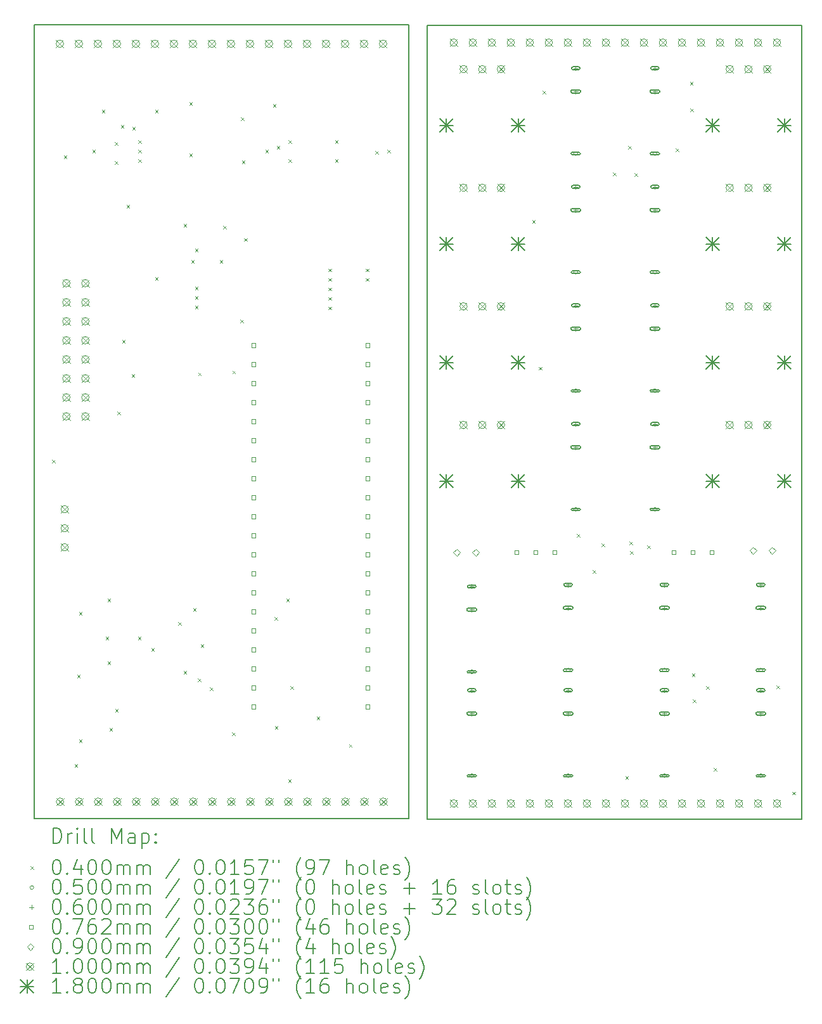
<source format=gbr>
%FSLAX45Y45*%
G04 Gerber Fmt 4.5, Leading zero omitted, Abs format (unit mm)*
G04 Created by KiCad (PCBNEW (6.0.0-0)) date 2022-09-18 03:10:00*
%MOMM*%
%LPD*%
G01*
G04 APERTURE LIST*
%TA.AperFunction,Profile*%
%ADD10C,0.200000*%
%TD*%
%ADD11C,0.200000*%
%ADD12C,0.040000*%
%ADD13C,0.050000*%
%ADD14C,0.060000*%
%ADD15C,0.076200*%
%ADD16C,0.090000*%
%ADD17C,0.100000*%
%ADD18C,0.180000*%
G04 APERTURE END LIST*
D10*
X8803000Y-27251080D02*
X13803000Y-27251080D01*
X13803000Y-27251080D02*
X13803000Y-37851080D01*
X13803000Y-37851080D02*
X8803000Y-37851080D01*
X8803000Y-37851080D02*
X8803000Y-27251080D01*
X3556000Y-27246000D02*
X8556000Y-27246000D01*
X8556000Y-27246000D02*
X8556000Y-37846000D01*
X8556000Y-37846000D02*
X3556000Y-37846000D01*
X3556000Y-37846000D02*
X3556000Y-27246000D01*
D11*
D12*
X3791280Y-33052760D02*
X3831280Y-33092760D01*
X3831280Y-33052760D02*
X3791280Y-33092760D01*
X3938600Y-33692840D02*
X3978600Y-33732840D01*
X3978600Y-33692840D02*
X3938600Y-33732840D01*
X3948400Y-28988600D02*
X3988400Y-29028600D01*
X3988400Y-28988600D02*
X3948400Y-29028600D01*
X4091000Y-37119300D02*
X4131000Y-37159300D01*
X4131000Y-37119300D02*
X4091000Y-37159300D01*
X4126200Y-35922800D02*
X4166200Y-35962800D01*
X4166200Y-35922800D02*
X4126200Y-35962800D01*
X4151600Y-35084600D02*
X4191600Y-35124600D01*
X4191600Y-35084600D02*
X4151600Y-35124600D01*
X4151600Y-36786400D02*
X4191600Y-36826400D01*
X4191600Y-36786400D02*
X4151600Y-36826400D01*
X4329400Y-28912400D02*
X4369400Y-28952400D01*
X4369400Y-28912400D02*
X4329400Y-28952400D01*
X4456400Y-28379000D02*
X4496400Y-28419000D01*
X4496400Y-28379000D02*
X4456400Y-28419000D01*
X4507200Y-35417600D02*
X4547200Y-35457600D01*
X4547200Y-35417600D02*
X4507200Y-35457600D01*
X4532600Y-34906800D02*
X4572600Y-34946800D01*
X4572600Y-34906800D02*
X4532600Y-34946800D01*
X4532600Y-35745000D02*
X4572600Y-35785000D01*
X4572600Y-35745000D02*
X4532600Y-35785000D01*
X4558000Y-36634000D02*
X4598000Y-36674000D01*
X4598000Y-36634000D02*
X4558000Y-36674000D01*
X4631400Y-28810800D02*
X4671400Y-28850800D01*
X4671400Y-28810800D02*
X4631400Y-28850800D01*
X4631400Y-29064800D02*
X4671400Y-29104800D01*
X4671400Y-29064800D02*
X4631400Y-29104800D01*
X4634200Y-36380000D02*
X4674200Y-36420000D01*
X4674200Y-36380000D02*
X4634200Y-36420000D01*
X4662500Y-32407600D02*
X4702500Y-32447600D01*
X4702500Y-32407600D02*
X4662500Y-32447600D01*
X4710400Y-28582200D02*
X4750400Y-28622200D01*
X4750400Y-28582200D02*
X4710400Y-28622200D01*
X4726000Y-31455100D02*
X4766000Y-31495100D01*
X4766000Y-31455100D02*
X4726000Y-31495100D01*
X4786600Y-29649000D02*
X4826600Y-29689000D01*
X4826600Y-29649000D02*
X4786600Y-29689000D01*
X4853000Y-31912980D02*
X4893000Y-31952980D01*
X4893000Y-31912980D02*
X4853000Y-31952980D01*
X4862800Y-28607600D02*
X4902800Y-28647600D01*
X4902800Y-28607600D02*
X4862800Y-28647600D01*
X4939000Y-35414800D02*
X4979000Y-35454800D01*
X4979000Y-35414800D02*
X4939000Y-35454800D01*
X4941800Y-28785400D02*
X4981800Y-28825400D01*
X4981800Y-28785400D02*
X4941800Y-28825400D01*
X4941800Y-28912400D02*
X4981800Y-28952400D01*
X4981800Y-28912400D02*
X4941800Y-28952400D01*
X4941800Y-29039400D02*
X4981800Y-29079400D01*
X4981800Y-29039400D02*
X4941800Y-29079400D01*
X5116800Y-35567200D02*
X5156800Y-35607200D01*
X5156800Y-35567200D02*
X5116800Y-35607200D01*
X5167600Y-28379000D02*
X5207600Y-28419000D01*
X5207600Y-28379000D02*
X5167600Y-28419000D01*
X5167600Y-30614200D02*
X5207600Y-30654200D01*
X5207600Y-30614200D02*
X5167600Y-30654200D01*
X5475200Y-35222218D02*
X5515200Y-35262218D01*
X5515200Y-35222218D02*
X5475200Y-35262218D01*
X5548600Y-29903000D02*
X5588600Y-29943000D01*
X5588600Y-29903000D02*
X5548600Y-29943000D01*
X5548600Y-35872000D02*
X5588600Y-35912000D01*
X5588600Y-35872000D02*
X5548600Y-35912000D01*
X5624800Y-28277400D02*
X5664800Y-28317400D01*
X5664800Y-28277400D02*
X5624800Y-28317400D01*
X5624800Y-28963200D02*
X5664800Y-29003200D01*
X5664800Y-28963200D02*
X5624800Y-29003200D01*
X5650200Y-30385600D02*
X5690200Y-30425600D01*
X5690200Y-30385600D02*
X5650200Y-30425600D01*
X5675600Y-35033800D02*
X5715600Y-35073800D01*
X5715600Y-35033800D02*
X5675600Y-35073800D01*
X5701000Y-30233200D02*
X5741000Y-30273200D01*
X5741000Y-30233200D02*
X5701000Y-30273200D01*
X5701000Y-30741200D02*
X5741000Y-30781200D01*
X5741000Y-30741200D02*
X5701000Y-30781200D01*
X5701000Y-30868200D02*
X5741000Y-30908200D01*
X5741000Y-30868200D02*
X5701000Y-30908200D01*
X5701000Y-30995200D02*
X5741000Y-31035200D01*
X5741000Y-30995200D02*
X5701000Y-31035200D01*
X5736920Y-35976300D02*
X5776920Y-36016300D01*
X5776920Y-35976300D02*
X5736920Y-36016300D01*
X5742000Y-31889100D02*
X5782000Y-31929100D01*
X5782000Y-31889100D02*
X5742000Y-31929100D01*
X5777200Y-35516400D02*
X5817200Y-35556400D01*
X5817200Y-35516400D02*
X5777200Y-35556400D01*
X5899748Y-36090600D02*
X5939748Y-36130600D01*
X5939748Y-36090600D02*
X5899748Y-36130600D01*
X6031200Y-30385600D02*
X6071200Y-30425600D01*
X6071200Y-30385600D02*
X6031200Y-30425600D01*
X6079200Y-29928400D02*
X6119200Y-29968400D01*
X6119200Y-29928400D02*
X6079200Y-29968400D01*
X6194120Y-36692580D02*
X6234120Y-36732580D01*
X6234120Y-36692580D02*
X6194120Y-36732580D01*
X6199200Y-31864040D02*
X6239200Y-31904040D01*
X6239200Y-31864040D02*
X6199200Y-31904040D01*
X6303340Y-31180780D02*
X6343340Y-31220780D01*
X6343340Y-31180780D02*
X6303340Y-31220780D01*
X6313500Y-28483300D02*
X6353500Y-28523300D01*
X6353500Y-28483300D02*
X6313500Y-28523300D01*
X6326200Y-29054800D02*
X6366200Y-29094800D01*
X6366200Y-29054800D02*
X6326200Y-29094800D01*
X6354900Y-30093500D02*
X6394900Y-30133500D01*
X6394900Y-30093500D02*
X6354900Y-30133500D01*
X6640800Y-28912400D02*
X6680800Y-28952400D01*
X6680800Y-28912400D02*
X6640800Y-28952400D01*
X6742400Y-28305600D02*
X6782400Y-28345600D01*
X6782400Y-28305600D02*
X6742400Y-28345600D01*
X6762738Y-35155739D02*
X6802738Y-35195739D01*
X6802738Y-35155739D02*
X6762738Y-35195739D01*
X6767800Y-36608600D02*
X6807800Y-36648600D01*
X6807800Y-36608600D02*
X6767800Y-36648600D01*
X6793200Y-28861600D02*
X6833200Y-28901600D01*
X6833200Y-28861600D02*
X6793200Y-28901600D01*
X6920200Y-34906800D02*
X6960200Y-34946800D01*
X6960200Y-34906800D02*
X6920200Y-34946800D01*
X6945600Y-37319800D02*
X6985600Y-37359800D01*
X6985600Y-37319800D02*
X6945600Y-37359800D01*
X6948500Y-28788100D02*
X6988500Y-28828100D01*
X6988500Y-28788100D02*
X6948500Y-28828100D01*
X6948500Y-29042100D02*
X6988500Y-29082100D01*
X6988500Y-29042100D02*
X6948500Y-29082100D01*
X6973900Y-36077900D02*
X7013900Y-36117900D01*
X7013900Y-36077900D02*
X6973900Y-36117900D01*
X7326600Y-36481600D02*
X7366600Y-36521600D01*
X7366600Y-36481600D02*
X7326600Y-36521600D01*
X7485500Y-30499900D02*
X7525500Y-30539900D01*
X7525500Y-30499900D02*
X7485500Y-30539900D01*
X7485500Y-30626900D02*
X7525500Y-30666900D01*
X7525500Y-30626900D02*
X7485500Y-30666900D01*
X7485500Y-30753900D02*
X7525500Y-30793900D01*
X7525500Y-30753900D02*
X7485500Y-30793900D01*
X7485500Y-30880900D02*
X7525500Y-30920900D01*
X7525500Y-30880900D02*
X7485500Y-30920900D01*
X7485500Y-31007900D02*
X7525500Y-31047900D01*
X7525500Y-31007900D02*
X7485500Y-31047900D01*
X7570800Y-28788100D02*
X7610800Y-28828100D01*
X7610800Y-28788100D02*
X7570800Y-28828100D01*
X7570800Y-29042100D02*
X7610800Y-29082100D01*
X7610800Y-29042100D02*
X7570800Y-29082100D01*
X7758400Y-36850000D02*
X7798400Y-36890000D01*
X7798400Y-36850000D02*
X7758400Y-36890000D01*
X7980500Y-30499900D02*
X8020500Y-30539900D01*
X8020500Y-30499900D02*
X7980500Y-30539900D01*
X7980500Y-30626900D02*
X8020500Y-30666900D01*
X8020500Y-30626900D02*
X7980500Y-30666900D01*
X8111200Y-28927800D02*
X8151200Y-28967800D01*
X8151200Y-28927800D02*
X8111200Y-28967800D01*
X8269200Y-28912400D02*
X8309200Y-28952400D01*
X8309200Y-28912400D02*
X8269200Y-28952400D01*
X10203500Y-29850400D02*
X10243500Y-29890400D01*
X10243500Y-29850400D02*
X10203500Y-29890400D01*
X10292400Y-31813800D02*
X10332400Y-31853800D01*
X10332400Y-31813800D02*
X10292400Y-31853800D01*
X10343200Y-28123200D02*
X10383200Y-28163200D01*
X10383200Y-28123200D02*
X10343200Y-28163200D01*
X10800400Y-34041400D02*
X10840400Y-34081400D01*
X10840400Y-34041400D02*
X10800400Y-34081400D01*
X11010100Y-34524000D02*
X11050100Y-34564000D01*
X11050100Y-34524000D02*
X11010100Y-34564000D01*
X11130000Y-34170000D02*
X11170000Y-34210000D01*
X11170000Y-34170000D02*
X11130000Y-34210000D01*
X11283000Y-29215400D02*
X11323000Y-29255400D01*
X11323000Y-29215400D02*
X11283000Y-29255400D01*
X11448100Y-37279900D02*
X11488100Y-37319900D01*
X11488100Y-37279900D02*
X11448100Y-37319900D01*
X11486200Y-28859800D02*
X11526200Y-28899800D01*
X11526200Y-28859800D02*
X11486200Y-28899800D01*
X11505100Y-34143000D02*
X11545100Y-34183000D01*
X11545100Y-34143000D02*
X11505100Y-34183000D01*
X11510000Y-34270000D02*
X11550000Y-34310000D01*
X11550000Y-34270000D02*
X11510000Y-34310000D01*
X11573811Y-29226811D02*
X11613811Y-29266811D01*
X11613811Y-29226811D02*
X11573811Y-29266811D01*
X11740200Y-34193800D02*
X11780200Y-34233800D01*
X11780200Y-34193800D02*
X11740200Y-34233800D01*
X12121200Y-28897900D02*
X12161200Y-28937900D01*
X12161200Y-28897900D02*
X12121200Y-28937900D01*
X12311700Y-28008900D02*
X12351700Y-28048900D01*
X12351700Y-28008900D02*
X12311700Y-28048900D01*
X12314500Y-28364500D02*
X12354500Y-28404500D01*
X12354500Y-28364500D02*
X12314500Y-28404500D01*
X12337100Y-35908300D02*
X12377100Y-35948300D01*
X12377100Y-35908300D02*
X12337100Y-35948300D01*
X12349800Y-36251200D02*
X12389800Y-36291200D01*
X12389800Y-36251200D02*
X12349800Y-36291200D01*
X12530400Y-36073400D02*
X12570400Y-36113400D01*
X12570400Y-36073400D02*
X12530400Y-36113400D01*
X12629200Y-37165600D02*
X12669200Y-37205600D01*
X12669200Y-37165600D02*
X12629200Y-37205600D01*
X13469940Y-36065780D02*
X13509940Y-36105780D01*
X13509940Y-36065780D02*
X13469940Y-36105780D01*
X13678220Y-37485640D02*
X13718220Y-37525640D01*
X13718220Y-37485640D02*
X13678220Y-37525640D01*
D13*
X9423000Y-35884450D02*
G75*
G03*
X9423000Y-35884450I-25000J0D01*
G01*
D11*
X9448000Y-35869450D02*
X9348000Y-35869450D01*
X9448000Y-35899450D02*
X9348000Y-35899450D01*
X9348000Y-35869450D02*
G75*
G03*
X9348000Y-35899450I0J-15000D01*
G01*
X9448000Y-35899450D02*
G75*
G03*
X9448000Y-35869450I0J15000D01*
G01*
D13*
X9423000Y-37271200D02*
G75*
G03*
X9423000Y-37271200I-25000J0D01*
G01*
D11*
X9448000Y-37256200D02*
X9348000Y-37256200D01*
X9448000Y-37286200D02*
X9348000Y-37286200D01*
X9348000Y-37256200D02*
G75*
G03*
X9348000Y-37286200I0J-15000D01*
G01*
X9448000Y-37286200D02*
G75*
G03*
X9448000Y-37256200I0J15000D01*
G01*
D13*
X10709933Y-35861500D02*
G75*
G03*
X10709933Y-35861500I-25000J0D01*
G01*
D11*
X10734933Y-35846500D02*
X10634933Y-35846500D01*
X10734933Y-35876500D02*
X10634933Y-35876500D01*
X10634933Y-35846500D02*
G75*
G03*
X10634933Y-35876500I0J-15000D01*
G01*
X10734933Y-35876500D02*
G75*
G03*
X10734933Y-35846500I0J15000D01*
G01*
D13*
X10709933Y-37271200D02*
G75*
G03*
X10709933Y-37271200I-25000J0D01*
G01*
D11*
X10734933Y-37256200D02*
X10634933Y-37256200D01*
X10734933Y-37286200D02*
X10634933Y-37286200D01*
X10634933Y-37256200D02*
G75*
G03*
X10634933Y-37286200I0J-15000D01*
G01*
X10734933Y-37286200D02*
G75*
G03*
X10734933Y-37256200I0J15000D01*
G01*
D13*
X10812033Y-28964400D02*
G75*
G03*
X10812033Y-28964400I-25000J0D01*
G01*
D11*
X10837033Y-28949400D02*
X10737033Y-28949400D01*
X10837033Y-28979400D02*
X10737033Y-28979400D01*
X10737033Y-28949400D02*
G75*
G03*
X10737033Y-28979400I0J-15000D01*
G01*
X10837033Y-28979400D02*
G75*
G03*
X10837033Y-28949400I0J15000D01*
G01*
D13*
X10812033Y-30548000D02*
G75*
G03*
X10812033Y-30548000I-25000J0D01*
G01*
D11*
X10837033Y-30533000D02*
X10737033Y-30533000D01*
X10837033Y-30563000D02*
X10737033Y-30563000D01*
X10737033Y-30533000D02*
G75*
G03*
X10737033Y-30563000I0J-15000D01*
G01*
X10837033Y-30563000D02*
G75*
G03*
X10837033Y-30533000I0J15000D01*
G01*
D13*
X10812033Y-32131600D02*
G75*
G03*
X10812033Y-32131600I-25000J0D01*
G01*
D11*
X10837033Y-32116600D02*
X10737033Y-32116600D01*
X10837033Y-32146600D02*
X10737033Y-32146600D01*
X10737033Y-32116600D02*
G75*
G03*
X10737033Y-32146600I0J-15000D01*
G01*
X10837033Y-32146600D02*
G75*
G03*
X10837033Y-32116600I0J15000D01*
G01*
D13*
X10812033Y-33715200D02*
G75*
G03*
X10812033Y-33715200I-25000J0D01*
G01*
D11*
X10837033Y-33700200D02*
X10737033Y-33700200D01*
X10837033Y-33730200D02*
X10737033Y-33730200D01*
X10737033Y-33700200D02*
G75*
G03*
X10737033Y-33730200I0J-15000D01*
G01*
X10837033Y-33730200D02*
G75*
G03*
X10837033Y-33700200I0J15000D01*
G01*
D13*
X11869367Y-28964400D02*
G75*
G03*
X11869367Y-28964400I-25000J0D01*
G01*
D11*
X11894367Y-28949400D02*
X11794367Y-28949400D01*
X11894367Y-28979400D02*
X11794367Y-28979400D01*
X11794367Y-28949400D02*
G75*
G03*
X11794367Y-28979400I0J-15000D01*
G01*
X11894367Y-28979400D02*
G75*
G03*
X11894367Y-28949400I0J15000D01*
G01*
D13*
X11869367Y-30548000D02*
G75*
G03*
X11869367Y-30548000I-25000J0D01*
G01*
D11*
X11894367Y-30533000D02*
X11794367Y-30533000D01*
X11894367Y-30563000D02*
X11794367Y-30563000D01*
X11794367Y-30533000D02*
G75*
G03*
X11794367Y-30563000I0J-15000D01*
G01*
X11894367Y-30563000D02*
G75*
G03*
X11894367Y-30533000I0J15000D01*
G01*
D13*
X11869367Y-32131600D02*
G75*
G03*
X11869367Y-32131600I-25000J0D01*
G01*
D11*
X11894367Y-32116600D02*
X11794367Y-32116600D01*
X11894367Y-32146600D02*
X11794367Y-32146600D01*
X11794367Y-32116600D02*
G75*
G03*
X11794367Y-32146600I0J-15000D01*
G01*
X11894367Y-32146600D02*
G75*
G03*
X11894367Y-32116600I0J15000D01*
G01*
D13*
X11869367Y-33715200D02*
G75*
G03*
X11869367Y-33715200I-25000J0D01*
G01*
D11*
X11894367Y-33700200D02*
X11794367Y-33700200D01*
X11894367Y-33730200D02*
X11794367Y-33730200D01*
X11794367Y-33700200D02*
G75*
G03*
X11794367Y-33730200I0J-15000D01*
G01*
X11894367Y-33730200D02*
G75*
G03*
X11894367Y-33700200I0J15000D01*
G01*
D13*
X11996867Y-35861500D02*
G75*
G03*
X11996867Y-35861500I-25000J0D01*
G01*
D11*
X12021867Y-35846500D02*
X11921867Y-35846500D01*
X12021867Y-35876500D02*
X11921867Y-35876500D01*
X11921867Y-35846500D02*
G75*
G03*
X11921867Y-35876500I0J-15000D01*
G01*
X12021867Y-35876500D02*
G75*
G03*
X12021867Y-35846500I0J15000D01*
G01*
D13*
X11996867Y-37271200D02*
G75*
G03*
X11996867Y-37271200I-25000J0D01*
G01*
D11*
X12021867Y-37256200D02*
X11921867Y-37256200D01*
X12021867Y-37286200D02*
X11921867Y-37286200D01*
X11921867Y-37256200D02*
G75*
G03*
X11921867Y-37286200I0J-15000D01*
G01*
X12021867Y-37286200D02*
G75*
G03*
X12021867Y-37256200I0J15000D01*
G01*
D13*
X13283800Y-35861500D02*
G75*
G03*
X13283800Y-35861500I-25000J0D01*
G01*
D11*
X13308800Y-35846500D02*
X13208800Y-35846500D01*
X13308800Y-35876500D02*
X13208800Y-35876500D01*
X13208800Y-35846500D02*
G75*
G03*
X13208800Y-35876500I0J-15000D01*
G01*
X13308800Y-35876500D02*
G75*
G03*
X13308800Y-35846500I0J15000D01*
G01*
D13*
X13283800Y-37271200D02*
G75*
G03*
X13283800Y-37271200I-25000J0D01*
G01*
D11*
X13308800Y-37256200D02*
X13208800Y-37256200D01*
X13308800Y-37286200D02*
X13208800Y-37286200D01*
X13208800Y-37256200D02*
G75*
G03*
X13208800Y-37286200I0J-15000D01*
G01*
X13308800Y-37286200D02*
G75*
G03*
X13308800Y-37256200I0J15000D01*
G01*
D14*
X9398000Y-34714450D02*
X9398000Y-34774450D01*
X9368000Y-34744450D02*
X9428000Y-34744450D01*
D11*
X9433000Y-34724450D02*
X9363000Y-34724450D01*
X9433000Y-34764450D02*
X9363000Y-34764450D01*
X9363000Y-34724450D02*
G75*
G03*
X9363000Y-34764450I0J-20000D01*
G01*
X9433000Y-34764450D02*
G75*
G03*
X9433000Y-34724450I0J20000D01*
G01*
D14*
X9398000Y-35024450D02*
X9398000Y-35084450D01*
X9368000Y-35054450D02*
X9428000Y-35054450D01*
D11*
X9443000Y-35034450D02*
X9353000Y-35034450D01*
X9443000Y-35074450D02*
X9353000Y-35074450D01*
X9353000Y-35034450D02*
G75*
G03*
X9353000Y-35074450I0J-20000D01*
G01*
X9443000Y-35074450D02*
G75*
G03*
X9443000Y-35034450I0J20000D01*
G01*
D14*
X9398000Y-36101200D02*
X9398000Y-36161200D01*
X9368000Y-36131200D02*
X9428000Y-36131200D01*
D11*
X9433000Y-36111200D02*
X9363000Y-36111200D01*
X9433000Y-36151200D02*
X9363000Y-36151200D01*
X9363000Y-36111200D02*
G75*
G03*
X9363000Y-36151200I0J-20000D01*
G01*
X9433000Y-36151200D02*
G75*
G03*
X9433000Y-36111200I0J20000D01*
G01*
D14*
X9398000Y-36411200D02*
X9398000Y-36471200D01*
X9368000Y-36441200D02*
X9428000Y-36441200D01*
D11*
X9443000Y-36421200D02*
X9353000Y-36421200D01*
X9443000Y-36461200D02*
X9353000Y-36461200D01*
X9353000Y-36421200D02*
G75*
G03*
X9353000Y-36461200I0J-20000D01*
G01*
X9443000Y-36461200D02*
G75*
G03*
X9443000Y-36421200I0J20000D01*
G01*
D14*
X10684933Y-34691500D02*
X10684933Y-34751500D01*
X10654933Y-34721500D02*
X10714933Y-34721500D01*
D11*
X10719933Y-34701500D02*
X10649933Y-34701500D01*
X10719933Y-34741500D02*
X10649933Y-34741500D01*
X10649933Y-34701500D02*
G75*
G03*
X10649933Y-34741500I0J-20000D01*
G01*
X10719933Y-34741500D02*
G75*
G03*
X10719933Y-34701500I0J20000D01*
G01*
D14*
X10684933Y-35001500D02*
X10684933Y-35061500D01*
X10654933Y-35031500D02*
X10714933Y-35031500D01*
D11*
X10729933Y-35011500D02*
X10639933Y-35011500D01*
X10729933Y-35051500D02*
X10639933Y-35051500D01*
X10639933Y-35011500D02*
G75*
G03*
X10639933Y-35051500I0J-20000D01*
G01*
X10729933Y-35051500D02*
G75*
G03*
X10729933Y-35011500I0J20000D01*
G01*
D14*
X10684933Y-36101200D02*
X10684933Y-36161200D01*
X10654933Y-36131200D02*
X10714933Y-36131200D01*
D11*
X10719933Y-36111200D02*
X10649933Y-36111200D01*
X10719933Y-36151200D02*
X10649933Y-36151200D01*
X10649933Y-36111200D02*
G75*
G03*
X10649933Y-36151200I0J-20000D01*
G01*
X10719933Y-36151200D02*
G75*
G03*
X10719933Y-36111200I0J20000D01*
G01*
D14*
X10684933Y-36411200D02*
X10684933Y-36471200D01*
X10654933Y-36441200D02*
X10714933Y-36441200D01*
D11*
X10729933Y-36421200D02*
X10639933Y-36421200D01*
X10729933Y-36461200D02*
X10639933Y-36461200D01*
X10639933Y-36421200D02*
G75*
G03*
X10639933Y-36461200I0J-20000D01*
G01*
X10729933Y-36461200D02*
G75*
G03*
X10729933Y-36421200I0J20000D01*
G01*
D14*
X10787033Y-27794400D02*
X10787033Y-27854400D01*
X10757033Y-27824400D02*
X10817033Y-27824400D01*
D11*
X10822033Y-27804400D02*
X10752033Y-27804400D01*
X10822033Y-27844400D02*
X10752033Y-27844400D01*
X10752033Y-27804400D02*
G75*
G03*
X10752033Y-27844400I0J-20000D01*
G01*
X10822033Y-27844400D02*
G75*
G03*
X10822033Y-27804400I0J20000D01*
G01*
D14*
X10787033Y-28104400D02*
X10787033Y-28164400D01*
X10757033Y-28134400D02*
X10817033Y-28134400D01*
D11*
X10832033Y-28114400D02*
X10742033Y-28114400D01*
X10832033Y-28154400D02*
X10742033Y-28154400D01*
X10742033Y-28114400D02*
G75*
G03*
X10742033Y-28154400I0J-20000D01*
G01*
X10832033Y-28154400D02*
G75*
G03*
X10832033Y-28114400I0J20000D01*
G01*
D14*
X10787033Y-29378000D02*
X10787033Y-29438000D01*
X10757033Y-29408000D02*
X10817033Y-29408000D01*
D11*
X10822033Y-29388000D02*
X10752033Y-29388000D01*
X10822033Y-29428000D02*
X10752033Y-29428000D01*
X10752033Y-29388000D02*
G75*
G03*
X10752033Y-29428000I0J-20000D01*
G01*
X10822033Y-29428000D02*
G75*
G03*
X10822033Y-29388000I0J20000D01*
G01*
D14*
X10787033Y-29688000D02*
X10787033Y-29748000D01*
X10757033Y-29718000D02*
X10817033Y-29718000D01*
D11*
X10832033Y-29698000D02*
X10742033Y-29698000D01*
X10832033Y-29738000D02*
X10742033Y-29738000D01*
X10742033Y-29698000D02*
G75*
G03*
X10742033Y-29738000I0J-20000D01*
G01*
X10832033Y-29738000D02*
G75*
G03*
X10832033Y-29698000I0J20000D01*
G01*
D14*
X10787033Y-30961600D02*
X10787033Y-31021600D01*
X10757033Y-30991600D02*
X10817033Y-30991600D01*
D11*
X10822033Y-30971600D02*
X10752033Y-30971600D01*
X10822033Y-31011600D02*
X10752033Y-31011600D01*
X10752033Y-30971600D02*
G75*
G03*
X10752033Y-31011600I0J-20000D01*
G01*
X10822033Y-31011600D02*
G75*
G03*
X10822033Y-30971600I0J20000D01*
G01*
D14*
X10787033Y-31271600D02*
X10787033Y-31331600D01*
X10757033Y-31301600D02*
X10817033Y-31301600D01*
D11*
X10832033Y-31281600D02*
X10742033Y-31281600D01*
X10832033Y-31321600D02*
X10742033Y-31321600D01*
X10742033Y-31281600D02*
G75*
G03*
X10742033Y-31321600I0J-20000D01*
G01*
X10832033Y-31321600D02*
G75*
G03*
X10832033Y-31281600I0J20000D01*
G01*
D14*
X10787033Y-32545200D02*
X10787033Y-32605200D01*
X10757033Y-32575200D02*
X10817033Y-32575200D01*
D11*
X10822033Y-32555200D02*
X10752033Y-32555200D01*
X10822033Y-32595200D02*
X10752033Y-32595200D01*
X10752033Y-32555200D02*
G75*
G03*
X10752033Y-32595200I0J-20000D01*
G01*
X10822033Y-32595200D02*
G75*
G03*
X10822033Y-32555200I0J20000D01*
G01*
D14*
X10787033Y-32855200D02*
X10787033Y-32915200D01*
X10757033Y-32885200D02*
X10817033Y-32885200D01*
D11*
X10832033Y-32865200D02*
X10742033Y-32865200D01*
X10832033Y-32905200D02*
X10742033Y-32905200D01*
X10742033Y-32865200D02*
G75*
G03*
X10742033Y-32905200I0J-20000D01*
G01*
X10832033Y-32905200D02*
G75*
G03*
X10832033Y-32865200I0J20000D01*
G01*
D14*
X11844367Y-27794400D02*
X11844367Y-27854400D01*
X11814367Y-27824400D02*
X11874367Y-27824400D01*
D11*
X11879367Y-27804400D02*
X11809367Y-27804400D01*
X11879367Y-27844400D02*
X11809367Y-27844400D01*
X11809367Y-27804400D02*
G75*
G03*
X11809367Y-27844400I0J-20000D01*
G01*
X11879367Y-27844400D02*
G75*
G03*
X11879367Y-27804400I0J20000D01*
G01*
D14*
X11844367Y-28104400D02*
X11844367Y-28164400D01*
X11814367Y-28134400D02*
X11874367Y-28134400D01*
D11*
X11889367Y-28114400D02*
X11799367Y-28114400D01*
X11889367Y-28154400D02*
X11799367Y-28154400D01*
X11799367Y-28114400D02*
G75*
G03*
X11799367Y-28154400I0J-20000D01*
G01*
X11889367Y-28154400D02*
G75*
G03*
X11889367Y-28114400I0J20000D01*
G01*
D14*
X11844367Y-29378000D02*
X11844367Y-29438000D01*
X11814367Y-29408000D02*
X11874367Y-29408000D01*
D11*
X11879367Y-29388000D02*
X11809367Y-29388000D01*
X11879367Y-29428000D02*
X11809367Y-29428000D01*
X11809367Y-29388000D02*
G75*
G03*
X11809367Y-29428000I0J-20000D01*
G01*
X11879367Y-29428000D02*
G75*
G03*
X11879367Y-29388000I0J20000D01*
G01*
D14*
X11844367Y-29688000D02*
X11844367Y-29748000D01*
X11814367Y-29718000D02*
X11874367Y-29718000D01*
D11*
X11889367Y-29698000D02*
X11799367Y-29698000D01*
X11889367Y-29738000D02*
X11799367Y-29738000D01*
X11799367Y-29698000D02*
G75*
G03*
X11799367Y-29738000I0J-20000D01*
G01*
X11889367Y-29738000D02*
G75*
G03*
X11889367Y-29698000I0J20000D01*
G01*
D14*
X11844367Y-30961600D02*
X11844367Y-31021600D01*
X11814367Y-30991600D02*
X11874367Y-30991600D01*
D11*
X11879367Y-30971600D02*
X11809367Y-30971600D01*
X11879367Y-31011600D02*
X11809367Y-31011600D01*
X11809367Y-30971600D02*
G75*
G03*
X11809367Y-31011600I0J-20000D01*
G01*
X11879367Y-31011600D02*
G75*
G03*
X11879367Y-30971600I0J20000D01*
G01*
D14*
X11844367Y-31271600D02*
X11844367Y-31331600D01*
X11814367Y-31301600D02*
X11874367Y-31301600D01*
D11*
X11889367Y-31281600D02*
X11799367Y-31281600D01*
X11889367Y-31321600D02*
X11799367Y-31321600D01*
X11799367Y-31281600D02*
G75*
G03*
X11799367Y-31321600I0J-20000D01*
G01*
X11889367Y-31321600D02*
G75*
G03*
X11889367Y-31281600I0J20000D01*
G01*
D14*
X11844367Y-32545200D02*
X11844367Y-32605200D01*
X11814367Y-32575200D02*
X11874367Y-32575200D01*
D11*
X11879367Y-32555200D02*
X11809367Y-32555200D01*
X11879367Y-32595200D02*
X11809367Y-32595200D01*
X11809367Y-32555200D02*
G75*
G03*
X11809367Y-32595200I0J-20000D01*
G01*
X11879367Y-32595200D02*
G75*
G03*
X11879367Y-32555200I0J20000D01*
G01*
D14*
X11844367Y-32855200D02*
X11844367Y-32915200D01*
X11814367Y-32885200D02*
X11874367Y-32885200D01*
D11*
X11889367Y-32865200D02*
X11799367Y-32865200D01*
X11889367Y-32905200D02*
X11799367Y-32905200D01*
X11799367Y-32865200D02*
G75*
G03*
X11799367Y-32905200I0J-20000D01*
G01*
X11889367Y-32905200D02*
G75*
G03*
X11889367Y-32865200I0J20000D01*
G01*
D14*
X11971867Y-34691500D02*
X11971867Y-34751500D01*
X11941867Y-34721500D02*
X12001867Y-34721500D01*
D11*
X12006867Y-34701500D02*
X11936867Y-34701500D01*
X12006867Y-34741500D02*
X11936867Y-34741500D01*
X11936867Y-34701500D02*
G75*
G03*
X11936867Y-34741500I0J-20000D01*
G01*
X12006867Y-34741500D02*
G75*
G03*
X12006867Y-34701500I0J20000D01*
G01*
D14*
X11971867Y-35001500D02*
X11971867Y-35061500D01*
X11941867Y-35031500D02*
X12001867Y-35031500D01*
D11*
X12016867Y-35011500D02*
X11926867Y-35011500D01*
X12016867Y-35051500D02*
X11926867Y-35051500D01*
X11926867Y-35011500D02*
G75*
G03*
X11926867Y-35051500I0J-20000D01*
G01*
X12016867Y-35051500D02*
G75*
G03*
X12016867Y-35011500I0J20000D01*
G01*
D14*
X11971867Y-36101200D02*
X11971867Y-36161200D01*
X11941867Y-36131200D02*
X12001867Y-36131200D01*
D11*
X12006867Y-36111200D02*
X11936867Y-36111200D01*
X12006867Y-36151200D02*
X11936867Y-36151200D01*
X11936867Y-36111200D02*
G75*
G03*
X11936867Y-36151200I0J-20000D01*
G01*
X12006867Y-36151200D02*
G75*
G03*
X12006867Y-36111200I0J20000D01*
G01*
D14*
X11971867Y-36411200D02*
X11971867Y-36471200D01*
X11941867Y-36441200D02*
X12001867Y-36441200D01*
D11*
X12016867Y-36421200D02*
X11926867Y-36421200D01*
X12016867Y-36461200D02*
X11926867Y-36461200D01*
X11926867Y-36421200D02*
G75*
G03*
X11926867Y-36461200I0J-20000D01*
G01*
X12016867Y-36461200D02*
G75*
G03*
X12016867Y-36421200I0J20000D01*
G01*
D14*
X13258800Y-34691500D02*
X13258800Y-34751500D01*
X13228800Y-34721500D02*
X13288800Y-34721500D01*
D11*
X13293800Y-34701500D02*
X13223800Y-34701500D01*
X13293800Y-34741500D02*
X13223800Y-34741500D01*
X13223800Y-34701500D02*
G75*
G03*
X13223800Y-34741500I0J-20000D01*
G01*
X13293800Y-34741500D02*
G75*
G03*
X13293800Y-34701500I0J20000D01*
G01*
D14*
X13258800Y-35001500D02*
X13258800Y-35061500D01*
X13228800Y-35031500D02*
X13288800Y-35031500D01*
D11*
X13303800Y-35011500D02*
X13213800Y-35011500D01*
X13303800Y-35051500D02*
X13213800Y-35051500D01*
X13213800Y-35011500D02*
G75*
G03*
X13213800Y-35051500I0J-20000D01*
G01*
X13303800Y-35051500D02*
G75*
G03*
X13303800Y-35011500I0J20000D01*
G01*
D14*
X13258800Y-36101200D02*
X13258800Y-36161200D01*
X13228800Y-36131200D02*
X13288800Y-36131200D01*
D11*
X13293800Y-36111200D02*
X13223800Y-36111200D01*
X13293800Y-36151200D02*
X13223800Y-36151200D01*
X13223800Y-36111200D02*
G75*
G03*
X13223800Y-36151200I0J-20000D01*
G01*
X13293800Y-36151200D02*
G75*
G03*
X13293800Y-36111200I0J20000D01*
G01*
D14*
X13258800Y-36411200D02*
X13258800Y-36471200D01*
X13228800Y-36441200D02*
X13288800Y-36441200D01*
D11*
X13303800Y-36421200D02*
X13213800Y-36421200D01*
X13303800Y-36461200D02*
X13213800Y-36461200D01*
X13213800Y-36421200D02*
G75*
G03*
X13213800Y-36461200I0J-20000D01*
G01*
X13303800Y-36461200D02*
G75*
G03*
X13303800Y-36421200I0J20000D01*
G01*
D15*
X6509941Y-31550141D02*
X6509941Y-31496259D01*
X6456059Y-31496259D01*
X6456059Y-31550141D01*
X6509941Y-31550141D01*
X6509941Y-31804141D02*
X6509941Y-31750259D01*
X6456059Y-31750259D01*
X6456059Y-31804141D01*
X6509941Y-31804141D01*
X6509941Y-32058141D02*
X6509941Y-32004259D01*
X6456059Y-32004259D01*
X6456059Y-32058141D01*
X6509941Y-32058141D01*
X6509941Y-32312141D02*
X6509941Y-32258259D01*
X6456059Y-32258259D01*
X6456059Y-32312141D01*
X6509941Y-32312141D01*
X6509941Y-32566141D02*
X6509941Y-32512259D01*
X6456059Y-32512259D01*
X6456059Y-32566141D01*
X6509941Y-32566141D01*
X6509941Y-32820141D02*
X6509941Y-32766259D01*
X6456059Y-32766259D01*
X6456059Y-32820141D01*
X6509941Y-32820141D01*
X6509941Y-33074141D02*
X6509941Y-33020259D01*
X6456059Y-33020259D01*
X6456059Y-33074141D01*
X6509941Y-33074141D01*
X6509941Y-33328141D02*
X6509941Y-33274259D01*
X6456059Y-33274259D01*
X6456059Y-33328141D01*
X6509941Y-33328141D01*
X6509941Y-33582141D02*
X6509941Y-33528259D01*
X6456059Y-33528259D01*
X6456059Y-33582141D01*
X6509941Y-33582141D01*
X6509941Y-33836141D02*
X6509941Y-33782259D01*
X6456059Y-33782259D01*
X6456059Y-33836141D01*
X6509941Y-33836141D01*
X6509941Y-34090141D02*
X6509941Y-34036259D01*
X6456059Y-34036259D01*
X6456059Y-34090141D01*
X6509941Y-34090141D01*
X6509941Y-34344141D02*
X6509941Y-34290259D01*
X6456059Y-34290259D01*
X6456059Y-34344141D01*
X6509941Y-34344141D01*
X6509941Y-34598141D02*
X6509941Y-34544259D01*
X6456059Y-34544259D01*
X6456059Y-34598141D01*
X6509941Y-34598141D01*
X6509941Y-34852141D02*
X6509941Y-34798259D01*
X6456059Y-34798259D01*
X6456059Y-34852141D01*
X6509941Y-34852141D01*
X6509941Y-35106141D02*
X6509941Y-35052259D01*
X6456059Y-35052259D01*
X6456059Y-35106141D01*
X6509941Y-35106141D01*
X6509941Y-35360141D02*
X6509941Y-35306259D01*
X6456059Y-35306259D01*
X6456059Y-35360141D01*
X6509941Y-35360141D01*
X6509941Y-35614141D02*
X6509941Y-35560259D01*
X6456059Y-35560259D01*
X6456059Y-35614141D01*
X6509941Y-35614141D01*
X6509941Y-35868141D02*
X6509941Y-35814259D01*
X6456059Y-35814259D01*
X6456059Y-35868141D01*
X6509941Y-35868141D01*
X6509941Y-36122141D02*
X6509941Y-36068259D01*
X6456059Y-36068259D01*
X6456059Y-36122141D01*
X6509941Y-36122141D01*
X6509941Y-36376141D02*
X6509941Y-36322259D01*
X6456059Y-36322259D01*
X6456059Y-36376141D01*
X6509941Y-36376141D01*
X8033941Y-31550141D02*
X8033941Y-31496259D01*
X7980059Y-31496259D01*
X7980059Y-31550141D01*
X8033941Y-31550141D01*
X8033941Y-31804141D02*
X8033941Y-31750259D01*
X7980059Y-31750259D01*
X7980059Y-31804141D01*
X8033941Y-31804141D01*
X8033941Y-32058141D02*
X8033941Y-32004259D01*
X7980059Y-32004259D01*
X7980059Y-32058141D01*
X8033941Y-32058141D01*
X8033941Y-32312141D02*
X8033941Y-32258259D01*
X7980059Y-32258259D01*
X7980059Y-32312141D01*
X8033941Y-32312141D01*
X8033941Y-32566141D02*
X8033941Y-32512259D01*
X7980059Y-32512259D01*
X7980059Y-32566141D01*
X8033941Y-32566141D01*
X8033941Y-32820141D02*
X8033941Y-32766259D01*
X7980059Y-32766259D01*
X7980059Y-32820141D01*
X8033941Y-32820141D01*
X8033941Y-33074141D02*
X8033941Y-33020259D01*
X7980059Y-33020259D01*
X7980059Y-33074141D01*
X8033941Y-33074141D01*
X8033941Y-33328141D02*
X8033941Y-33274259D01*
X7980059Y-33274259D01*
X7980059Y-33328141D01*
X8033941Y-33328141D01*
X8033941Y-33582141D02*
X8033941Y-33528259D01*
X7980059Y-33528259D01*
X7980059Y-33582141D01*
X8033941Y-33582141D01*
X8033941Y-33836141D02*
X8033941Y-33782259D01*
X7980059Y-33782259D01*
X7980059Y-33836141D01*
X8033941Y-33836141D01*
X8033941Y-34090141D02*
X8033941Y-34036259D01*
X7980059Y-34036259D01*
X7980059Y-34090141D01*
X8033941Y-34090141D01*
X8033941Y-34344141D02*
X8033941Y-34290259D01*
X7980059Y-34290259D01*
X7980059Y-34344141D01*
X8033941Y-34344141D01*
X8033941Y-34598141D02*
X8033941Y-34544259D01*
X7980059Y-34544259D01*
X7980059Y-34598141D01*
X8033941Y-34598141D01*
X8033941Y-34852141D02*
X8033941Y-34798259D01*
X7980059Y-34798259D01*
X7980059Y-34852141D01*
X8033941Y-34852141D01*
X8033941Y-35106141D02*
X8033941Y-35052259D01*
X7980059Y-35052259D01*
X7980059Y-35106141D01*
X8033941Y-35106141D01*
X8033941Y-35360141D02*
X8033941Y-35306259D01*
X7980059Y-35306259D01*
X7980059Y-35360141D01*
X8033941Y-35360141D01*
X8033941Y-35614141D02*
X8033941Y-35560259D01*
X7980059Y-35560259D01*
X7980059Y-35614141D01*
X8033941Y-35614141D01*
X8033941Y-35868141D02*
X8033941Y-35814259D01*
X7980059Y-35814259D01*
X7980059Y-35868141D01*
X8033941Y-35868141D01*
X8033941Y-36122141D02*
X8033941Y-36068259D01*
X7980059Y-36068259D01*
X7980059Y-36122141D01*
X8033941Y-36122141D01*
X8033941Y-36376141D02*
X8033941Y-36322259D01*
X7980059Y-36322259D01*
X7980059Y-36376141D01*
X8033941Y-36376141D01*
X10022941Y-34316941D02*
X10022941Y-34263059D01*
X9969059Y-34263059D01*
X9969059Y-34316941D01*
X10022941Y-34316941D01*
X10276941Y-34316941D02*
X10276941Y-34263059D01*
X10223059Y-34263059D01*
X10223059Y-34316941D01*
X10276941Y-34316941D01*
X10530941Y-34316941D02*
X10530941Y-34263059D01*
X10477059Y-34263059D01*
X10477059Y-34316941D01*
X10530941Y-34316941D01*
X12122941Y-34316941D02*
X12122941Y-34263059D01*
X12069059Y-34263059D01*
X12069059Y-34316941D01*
X12122941Y-34316941D01*
X12376941Y-34316941D02*
X12376941Y-34263059D01*
X12323059Y-34263059D01*
X12323059Y-34316941D01*
X12376941Y-34316941D01*
X12630941Y-34316941D02*
X12630941Y-34263059D01*
X12577059Y-34263059D01*
X12577059Y-34316941D01*
X12630941Y-34316941D01*
D16*
X9196000Y-34335000D02*
X9241000Y-34290000D01*
X9196000Y-34245000D01*
X9151000Y-34290000D01*
X9196000Y-34335000D01*
X9450000Y-34335000D02*
X9495000Y-34290000D01*
X9450000Y-34245000D01*
X9405000Y-34290000D01*
X9450000Y-34335000D01*
X13156000Y-34309600D02*
X13201000Y-34264600D01*
X13156000Y-34219600D01*
X13111000Y-34264600D01*
X13156000Y-34309600D01*
X13410000Y-34309600D02*
X13455000Y-34264600D01*
X13410000Y-34219600D01*
X13365000Y-34264600D01*
X13410000Y-34309600D01*
D17*
X3844640Y-27447500D02*
X3944640Y-27547500D01*
X3944640Y-27447500D02*
X3844640Y-27547500D01*
X3944640Y-27497500D02*
G75*
G03*
X3944640Y-27497500I-50000J0D01*
G01*
X3847640Y-37569360D02*
X3947640Y-37669360D01*
X3947640Y-37569360D02*
X3847640Y-37669360D01*
X3947640Y-37619360D02*
G75*
G03*
X3947640Y-37619360I-50000J0D01*
G01*
X3908600Y-33662840D02*
X4008600Y-33762840D01*
X4008600Y-33662840D02*
X3908600Y-33762840D01*
X4008600Y-33712840D02*
G75*
G03*
X4008600Y-33712840I-50000J0D01*
G01*
X3908600Y-33916840D02*
X4008600Y-34016840D01*
X4008600Y-33916840D02*
X3908600Y-34016840D01*
X4008600Y-33966840D02*
G75*
G03*
X4008600Y-33966840I-50000J0D01*
G01*
X3908600Y-34170840D02*
X4008600Y-34270840D01*
X4008600Y-34170840D02*
X3908600Y-34270840D01*
X4008600Y-34220840D02*
G75*
G03*
X4008600Y-34220840I-50000J0D01*
G01*
X3932000Y-30646000D02*
X4032000Y-30746000D01*
X4032000Y-30646000D02*
X3932000Y-30746000D01*
X4032000Y-30696000D02*
G75*
G03*
X4032000Y-30696000I-50000J0D01*
G01*
X3932000Y-30900000D02*
X4032000Y-31000000D01*
X4032000Y-30900000D02*
X3932000Y-31000000D01*
X4032000Y-30950000D02*
G75*
G03*
X4032000Y-30950000I-50000J0D01*
G01*
X3932000Y-31154000D02*
X4032000Y-31254000D01*
X4032000Y-31154000D02*
X3932000Y-31254000D01*
X4032000Y-31204000D02*
G75*
G03*
X4032000Y-31204000I-50000J0D01*
G01*
X3932000Y-31408000D02*
X4032000Y-31508000D01*
X4032000Y-31408000D02*
X3932000Y-31508000D01*
X4032000Y-31458000D02*
G75*
G03*
X4032000Y-31458000I-50000J0D01*
G01*
X3932000Y-31662000D02*
X4032000Y-31762000D01*
X4032000Y-31662000D02*
X3932000Y-31762000D01*
X4032000Y-31712000D02*
G75*
G03*
X4032000Y-31712000I-50000J0D01*
G01*
X3932000Y-31916000D02*
X4032000Y-32016000D01*
X4032000Y-31916000D02*
X3932000Y-32016000D01*
X4032000Y-31966000D02*
G75*
G03*
X4032000Y-31966000I-50000J0D01*
G01*
X3932000Y-32170000D02*
X4032000Y-32270000D01*
X4032000Y-32170000D02*
X3932000Y-32270000D01*
X4032000Y-32220000D02*
G75*
G03*
X4032000Y-32220000I-50000J0D01*
G01*
X3932000Y-32424000D02*
X4032000Y-32524000D01*
X4032000Y-32424000D02*
X3932000Y-32524000D01*
X4032000Y-32474000D02*
G75*
G03*
X4032000Y-32474000I-50000J0D01*
G01*
X4098640Y-27447500D02*
X4198640Y-27547500D01*
X4198640Y-27447500D02*
X4098640Y-27547500D01*
X4198640Y-27497500D02*
G75*
G03*
X4198640Y-27497500I-50000J0D01*
G01*
X4101640Y-37569360D02*
X4201640Y-37669360D01*
X4201640Y-37569360D02*
X4101640Y-37669360D01*
X4201640Y-37619360D02*
G75*
G03*
X4201640Y-37619360I-50000J0D01*
G01*
X4186000Y-30646000D02*
X4286000Y-30746000D01*
X4286000Y-30646000D02*
X4186000Y-30746000D01*
X4286000Y-30696000D02*
G75*
G03*
X4286000Y-30696000I-50000J0D01*
G01*
X4186000Y-30900000D02*
X4286000Y-31000000D01*
X4286000Y-30900000D02*
X4186000Y-31000000D01*
X4286000Y-30950000D02*
G75*
G03*
X4286000Y-30950000I-50000J0D01*
G01*
X4186000Y-31154000D02*
X4286000Y-31254000D01*
X4286000Y-31154000D02*
X4186000Y-31254000D01*
X4286000Y-31204000D02*
G75*
G03*
X4286000Y-31204000I-50000J0D01*
G01*
X4186000Y-31408000D02*
X4286000Y-31508000D01*
X4286000Y-31408000D02*
X4186000Y-31508000D01*
X4286000Y-31458000D02*
G75*
G03*
X4286000Y-31458000I-50000J0D01*
G01*
X4186000Y-31662000D02*
X4286000Y-31762000D01*
X4286000Y-31662000D02*
X4186000Y-31762000D01*
X4286000Y-31712000D02*
G75*
G03*
X4286000Y-31712000I-50000J0D01*
G01*
X4186000Y-31916000D02*
X4286000Y-32016000D01*
X4286000Y-31916000D02*
X4186000Y-32016000D01*
X4286000Y-31966000D02*
G75*
G03*
X4286000Y-31966000I-50000J0D01*
G01*
X4186000Y-32170000D02*
X4286000Y-32270000D01*
X4286000Y-32170000D02*
X4186000Y-32270000D01*
X4286000Y-32220000D02*
G75*
G03*
X4286000Y-32220000I-50000J0D01*
G01*
X4186000Y-32424000D02*
X4286000Y-32524000D01*
X4286000Y-32424000D02*
X4186000Y-32524000D01*
X4286000Y-32474000D02*
G75*
G03*
X4286000Y-32474000I-50000J0D01*
G01*
X4352640Y-27447500D02*
X4452640Y-27547500D01*
X4452640Y-27447500D02*
X4352640Y-27547500D01*
X4452640Y-27497500D02*
G75*
G03*
X4452640Y-27497500I-50000J0D01*
G01*
X4355640Y-37569360D02*
X4455640Y-37669360D01*
X4455640Y-37569360D02*
X4355640Y-37669360D01*
X4455640Y-37619360D02*
G75*
G03*
X4455640Y-37619360I-50000J0D01*
G01*
X4606640Y-27447500D02*
X4706640Y-27547500D01*
X4706640Y-27447500D02*
X4606640Y-27547500D01*
X4706640Y-27497500D02*
G75*
G03*
X4706640Y-27497500I-50000J0D01*
G01*
X4609640Y-37569360D02*
X4709640Y-37669360D01*
X4709640Y-37569360D02*
X4609640Y-37669360D01*
X4709640Y-37619360D02*
G75*
G03*
X4709640Y-37619360I-50000J0D01*
G01*
X4860640Y-27447500D02*
X4960640Y-27547500D01*
X4960640Y-27447500D02*
X4860640Y-27547500D01*
X4960640Y-27497500D02*
G75*
G03*
X4960640Y-27497500I-50000J0D01*
G01*
X4863640Y-37569360D02*
X4963640Y-37669360D01*
X4963640Y-37569360D02*
X4863640Y-37669360D01*
X4963640Y-37619360D02*
G75*
G03*
X4963640Y-37619360I-50000J0D01*
G01*
X5114640Y-27447500D02*
X5214640Y-27547500D01*
X5214640Y-27447500D02*
X5114640Y-27547500D01*
X5214640Y-27497500D02*
G75*
G03*
X5214640Y-27497500I-50000J0D01*
G01*
X5117640Y-37569360D02*
X5217640Y-37669360D01*
X5217640Y-37569360D02*
X5117640Y-37669360D01*
X5217640Y-37619360D02*
G75*
G03*
X5217640Y-37619360I-50000J0D01*
G01*
X5368640Y-27447500D02*
X5468640Y-27547500D01*
X5468640Y-27447500D02*
X5368640Y-27547500D01*
X5468640Y-27497500D02*
G75*
G03*
X5468640Y-27497500I-50000J0D01*
G01*
X5371640Y-37569360D02*
X5471640Y-37669360D01*
X5471640Y-37569360D02*
X5371640Y-37669360D01*
X5471640Y-37619360D02*
G75*
G03*
X5471640Y-37619360I-50000J0D01*
G01*
X5622640Y-27447500D02*
X5722640Y-27547500D01*
X5722640Y-27447500D02*
X5622640Y-27547500D01*
X5722640Y-27497500D02*
G75*
G03*
X5722640Y-27497500I-50000J0D01*
G01*
X5625640Y-37569360D02*
X5725640Y-37669360D01*
X5725640Y-37569360D02*
X5625640Y-37669360D01*
X5725640Y-37619360D02*
G75*
G03*
X5725640Y-37619360I-50000J0D01*
G01*
X5876640Y-27447500D02*
X5976640Y-27547500D01*
X5976640Y-27447500D02*
X5876640Y-27547500D01*
X5976640Y-27497500D02*
G75*
G03*
X5976640Y-27497500I-50000J0D01*
G01*
X5879640Y-37569360D02*
X5979640Y-37669360D01*
X5979640Y-37569360D02*
X5879640Y-37669360D01*
X5979640Y-37619360D02*
G75*
G03*
X5979640Y-37619360I-50000J0D01*
G01*
X6130640Y-27447500D02*
X6230640Y-27547500D01*
X6230640Y-27447500D02*
X6130640Y-27547500D01*
X6230640Y-27497500D02*
G75*
G03*
X6230640Y-27497500I-50000J0D01*
G01*
X6133640Y-37569360D02*
X6233640Y-37669360D01*
X6233640Y-37569360D02*
X6133640Y-37669360D01*
X6233640Y-37619360D02*
G75*
G03*
X6233640Y-37619360I-50000J0D01*
G01*
X6384640Y-27447500D02*
X6484640Y-27547500D01*
X6484640Y-27447500D02*
X6384640Y-27547500D01*
X6484640Y-27497500D02*
G75*
G03*
X6484640Y-27497500I-50000J0D01*
G01*
X6387640Y-37569360D02*
X6487640Y-37669360D01*
X6487640Y-37569360D02*
X6387640Y-37669360D01*
X6487640Y-37619360D02*
G75*
G03*
X6487640Y-37619360I-50000J0D01*
G01*
X6638640Y-27447500D02*
X6738640Y-27547500D01*
X6738640Y-27447500D02*
X6638640Y-27547500D01*
X6738640Y-27497500D02*
G75*
G03*
X6738640Y-27497500I-50000J0D01*
G01*
X6641640Y-37569360D02*
X6741640Y-37669360D01*
X6741640Y-37569360D02*
X6641640Y-37669360D01*
X6741640Y-37619360D02*
G75*
G03*
X6741640Y-37619360I-50000J0D01*
G01*
X6892640Y-27447500D02*
X6992640Y-27547500D01*
X6992640Y-27447500D02*
X6892640Y-27547500D01*
X6992640Y-27497500D02*
G75*
G03*
X6992640Y-27497500I-50000J0D01*
G01*
X6895640Y-37569360D02*
X6995640Y-37669360D01*
X6995640Y-37569360D02*
X6895640Y-37669360D01*
X6995640Y-37619360D02*
G75*
G03*
X6995640Y-37619360I-50000J0D01*
G01*
X7146640Y-27447500D02*
X7246640Y-27547500D01*
X7246640Y-27447500D02*
X7146640Y-27547500D01*
X7246640Y-27497500D02*
G75*
G03*
X7246640Y-27497500I-50000J0D01*
G01*
X7149640Y-37569360D02*
X7249640Y-37669360D01*
X7249640Y-37569360D02*
X7149640Y-37669360D01*
X7249640Y-37619360D02*
G75*
G03*
X7249640Y-37619360I-50000J0D01*
G01*
X7400640Y-27447500D02*
X7500640Y-27547500D01*
X7500640Y-27447500D02*
X7400640Y-27547500D01*
X7500640Y-27497500D02*
G75*
G03*
X7500640Y-27497500I-50000J0D01*
G01*
X7403640Y-37569360D02*
X7503640Y-37669360D01*
X7503640Y-37569360D02*
X7403640Y-37669360D01*
X7503640Y-37619360D02*
G75*
G03*
X7503640Y-37619360I-50000J0D01*
G01*
X7654640Y-27447500D02*
X7754640Y-27547500D01*
X7754640Y-27447500D02*
X7654640Y-27547500D01*
X7754640Y-27497500D02*
G75*
G03*
X7754640Y-27497500I-50000J0D01*
G01*
X7657640Y-37569360D02*
X7757640Y-37669360D01*
X7757640Y-37569360D02*
X7657640Y-37669360D01*
X7757640Y-37619360D02*
G75*
G03*
X7757640Y-37619360I-50000J0D01*
G01*
X7908640Y-27447500D02*
X8008640Y-27547500D01*
X8008640Y-27447500D02*
X7908640Y-27547500D01*
X8008640Y-27497500D02*
G75*
G03*
X8008640Y-27497500I-50000J0D01*
G01*
X7911640Y-37569360D02*
X8011640Y-37669360D01*
X8011640Y-37569360D02*
X7911640Y-37669360D01*
X8011640Y-37619360D02*
G75*
G03*
X8011640Y-37619360I-50000J0D01*
G01*
X8162640Y-27447500D02*
X8262640Y-27547500D01*
X8262640Y-27447500D02*
X8162640Y-27547500D01*
X8262640Y-27497500D02*
G75*
G03*
X8262640Y-27497500I-50000J0D01*
G01*
X8165640Y-37569360D02*
X8265640Y-37669360D01*
X8265640Y-37569360D02*
X8165640Y-37669360D01*
X8265640Y-37619360D02*
G75*
G03*
X8265640Y-37619360I-50000J0D01*
G01*
X9106240Y-27432800D02*
X9206240Y-27532800D01*
X9206240Y-27432800D02*
X9106240Y-27532800D01*
X9206240Y-27482800D02*
G75*
G03*
X9206240Y-27482800I-50000J0D01*
G01*
X9109240Y-37592800D02*
X9209240Y-37692800D01*
X9209240Y-37592800D02*
X9109240Y-37692800D01*
X9209240Y-37642800D02*
G75*
G03*
X9209240Y-37642800I-50000J0D01*
G01*
X9237700Y-27787400D02*
X9337700Y-27887400D01*
X9337700Y-27787400D02*
X9237700Y-27887400D01*
X9337700Y-27837400D02*
G75*
G03*
X9337700Y-27837400I-50000J0D01*
G01*
X9237700Y-29371000D02*
X9337700Y-29471000D01*
X9337700Y-29371000D02*
X9237700Y-29471000D01*
X9337700Y-29421000D02*
G75*
G03*
X9337700Y-29421000I-50000J0D01*
G01*
X9237700Y-30954600D02*
X9337700Y-31054600D01*
X9337700Y-30954600D02*
X9237700Y-31054600D01*
X9337700Y-31004600D02*
G75*
G03*
X9337700Y-31004600I-50000J0D01*
G01*
X9237700Y-32538200D02*
X9337700Y-32638200D01*
X9337700Y-32538200D02*
X9237700Y-32638200D01*
X9337700Y-32588200D02*
G75*
G03*
X9337700Y-32588200I-50000J0D01*
G01*
X9360240Y-27432800D02*
X9460240Y-27532800D01*
X9460240Y-27432800D02*
X9360240Y-27532800D01*
X9460240Y-27482800D02*
G75*
G03*
X9460240Y-27482800I-50000J0D01*
G01*
X9363240Y-37592800D02*
X9463240Y-37692800D01*
X9463240Y-37592800D02*
X9363240Y-37692800D01*
X9463240Y-37642800D02*
G75*
G03*
X9463240Y-37642800I-50000J0D01*
G01*
X9487700Y-27787400D02*
X9587700Y-27887400D01*
X9587700Y-27787400D02*
X9487700Y-27887400D01*
X9587700Y-27837400D02*
G75*
G03*
X9587700Y-27837400I-50000J0D01*
G01*
X9487700Y-29371000D02*
X9587700Y-29471000D01*
X9587700Y-29371000D02*
X9487700Y-29471000D01*
X9587700Y-29421000D02*
G75*
G03*
X9587700Y-29421000I-50000J0D01*
G01*
X9487700Y-30954600D02*
X9587700Y-31054600D01*
X9587700Y-30954600D02*
X9487700Y-31054600D01*
X9587700Y-31004600D02*
G75*
G03*
X9587700Y-31004600I-50000J0D01*
G01*
X9487700Y-32538200D02*
X9587700Y-32638200D01*
X9587700Y-32538200D02*
X9487700Y-32638200D01*
X9587700Y-32588200D02*
G75*
G03*
X9587700Y-32588200I-50000J0D01*
G01*
X9614240Y-27432800D02*
X9714240Y-27532800D01*
X9714240Y-27432800D02*
X9614240Y-27532800D01*
X9714240Y-27482800D02*
G75*
G03*
X9714240Y-27482800I-50000J0D01*
G01*
X9617240Y-37592800D02*
X9717240Y-37692800D01*
X9717240Y-37592800D02*
X9617240Y-37692800D01*
X9717240Y-37642800D02*
G75*
G03*
X9717240Y-37642800I-50000J0D01*
G01*
X9737700Y-27787400D02*
X9837700Y-27887400D01*
X9837700Y-27787400D02*
X9737700Y-27887400D01*
X9837700Y-27837400D02*
G75*
G03*
X9837700Y-27837400I-50000J0D01*
G01*
X9737700Y-29371000D02*
X9837700Y-29471000D01*
X9837700Y-29371000D02*
X9737700Y-29471000D01*
X9837700Y-29421000D02*
G75*
G03*
X9837700Y-29421000I-50000J0D01*
G01*
X9737700Y-30954600D02*
X9837700Y-31054600D01*
X9837700Y-30954600D02*
X9737700Y-31054600D01*
X9837700Y-31004600D02*
G75*
G03*
X9837700Y-31004600I-50000J0D01*
G01*
X9737700Y-32538200D02*
X9837700Y-32638200D01*
X9837700Y-32538200D02*
X9737700Y-32638200D01*
X9837700Y-32588200D02*
G75*
G03*
X9837700Y-32588200I-50000J0D01*
G01*
X9868240Y-27432800D02*
X9968240Y-27532800D01*
X9968240Y-27432800D02*
X9868240Y-27532800D01*
X9968240Y-27482800D02*
G75*
G03*
X9968240Y-27482800I-50000J0D01*
G01*
X9871240Y-37592800D02*
X9971240Y-37692800D01*
X9971240Y-37592800D02*
X9871240Y-37692800D01*
X9971240Y-37642800D02*
G75*
G03*
X9971240Y-37642800I-50000J0D01*
G01*
X10122240Y-27432800D02*
X10222240Y-27532800D01*
X10222240Y-27432800D02*
X10122240Y-27532800D01*
X10222240Y-27482800D02*
G75*
G03*
X10222240Y-27482800I-50000J0D01*
G01*
X10125240Y-37592800D02*
X10225240Y-37692800D01*
X10225240Y-37592800D02*
X10125240Y-37692800D01*
X10225240Y-37642800D02*
G75*
G03*
X10225240Y-37642800I-50000J0D01*
G01*
X10376240Y-27432800D02*
X10476240Y-27532800D01*
X10476240Y-27432800D02*
X10376240Y-27532800D01*
X10476240Y-27482800D02*
G75*
G03*
X10476240Y-27482800I-50000J0D01*
G01*
X10379240Y-37592800D02*
X10479240Y-37692800D01*
X10479240Y-37592800D02*
X10379240Y-37692800D01*
X10479240Y-37642800D02*
G75*
G03*
X10479240Y-37642800I-50000J0D01*
G01*
X10630240Y-27432800D02*
X10730240Y-27532800D01*
X10730240Y-27432800D02*
X10630240Y-27532800D01*
X10730240Y-27482800D02*
G75*
G03*
X10730240Y-27482800I-50000J0D01*
G01*
X10633240Y-37592800D02*
X10733240Y-37692800D01*
X10733240Y-37592800D02*
X10633240Y-37692800D01*
X10733240Y-37642800D02*
G75*
G03*
X10733240Y-37642800I-50000J0D01*
G01*
X10884240Y-27432800D02*
X10984240Y-27532800D01*
X10984240Y-27432800D02*
X10884240Y-27532800D01*
X10984240Y-27482800D02*
G75*
G03*
X10984240Y-27482800I-50000J0D01*
G01*
X10887240Y-37592800D02*
X10987240Y-37692800D01*
X10987240Y-37592800D02*
X10887240Y-37692800D01*
X10987240Y-37642800D02*
G75*
G03*
X10987240Y-37642800I-50000J0D01*
G01*
X11138240Y-27432800D02*
X11238240Y-27532800D01*
X11238240Y-27432800D02*
X11138240Y-27532800D01*
X11238240Y-27482800D02*
G75*
G03*
X11238240Y-27482800I-50000J0D01*
G01*
X11141240Y-37592800D02*
X11241240Y-37692800D01*
X11241240Y-37592800D02*
X11141240Y-37692800D01*
X11241240Y-37642800D02*
G75*
G03*
X11241240Y-37642800I-50000J0D01*
G01*
X11392240Y-27432800D02*
X11492240Y-27532800D01*
X11492240Y-27432800D02*
X11392240Y-27532800D01*
X11492240Y-27482800D02*
G75*
G03*
X11492240Y-27482800I-50000J0D01*
G01*
X11395240Y-37592800D02*
X11495240Y-37692800D01*
X11495240Y-37592800D02*
X11395240Y-37692800D01*
X11495240Y-37642800D02*
G75*
G03*
X11495240Y-37642800I-50000J0D01*
G01*
X11646240Y-27432800D02*
X11746240Y-27532800D01*
X11746240Y-27432800D02*
X11646240Y-27532800D01*
X11746240Y-27482800D02*
G75*
G03*
X11746240Y-27482800I-50000J0D01*
G01*
X11649240Y-37592800D02*
X11749240Y-37692800D01*
X11749240Y-37592800D02*
X11649240Y-37692800D01*
X11749240Y-37642800D02*
G75*
G03*
X11749240Y-37642800I-50000J0D01*
G01*
X11900240Y-27432800D02*
X12000240Y-27532800D01*
X12000240Y-27432800D02*
X11900240Y-27532800D01*
X12000240Y-27482800D02*
G75*
G03*
X12000240Y-27482800I-50000J0D01*
G01*
X11903240Y-37592800D02*
X12003240Y-37692800D01*
X12003240Y-37592800D02*
X11903240Y-37692800D01*
X12003240Y-37642800D02*
G75*
G03*
X12003240Y-37642800I-50000J0D01*
G01*
X12154240Y-27432800D02*
X12254240Y-27532800D01*
X12254240Y-27432800D02*
X12154240Y-27532800D01*
X12254240Y-27482800D02*
G75*
G03*
X12254240Y-27482800I-50000J0D01*
G01*
X12157240Y-37592800D02*
X12257240Y-37692800D01*
X12257240Y-37592800D02*
X12157240Y-37692800D01*
X12257240Y-37642800D02*
G75*
G03*
X12257240Y-37642800I-50000J0D01*
G01*
X12408240Y-27432800D02*
X12508240Y-27532800D01*
X12508240Y-27432800D02*
X12408240Y-27532800D01*
X12508240Y-27482800D02*
G75*
G03*
X12508240Y-27482800I-50000J0D01*
G01*
X12411240Y-37592800D02*
X12511240Y-37692800D01*
X12511240Y-37592800D02*
X12411240Y-37692800D01*
X12511240Y-37642800D02*
G75*
G03*
X12511240Y-37642800I-50000J0D01*
G01*
X12662240Y-27432800D02*
X12762240Y-27532800D01*
X12762240Y-27432800D02*
X12662240Y-27532800D01*
X12762240Y-27482800D02*
G75*
G03*
X12762240Y-27482800I-50000J0D01*
G01*
X12665240Y-37592800D02*
X12765240Y-37692800D01*
X12765240Y-37592800D02*
X12665240Y-37692800D01*
X12765240Y-37642800D02*
G75*
G03*
X12765240Y-37642800I-50000J0D01*
G01*
X12793700Y-27787400D02*
X12893700Y-27887400D01*
X12893700Y-27787400D02*
X12793700Y-27887400D01*
X12893700Y-27837400D02*
G75*
G03*
X12893700Y-27837400I-50000J0D01*
G01*
X12793700Y-29371000D02*
X12893700Y-29471000D01*
X12893700Y-29371000D02*
X12793700Y-29471000D01*
X12893700Y-29421000D02*
G75*
G03*
X12893700Y-29421000I-50000J0D01*
G01*
X12793700Y-30954600D02*
X12893700Y-31054600D01*
X12893700Y-30954600D02*
X12793700Y-31054600D01*
X12893700Y-31004600D02*
G75*
G03*
X12893700Y-31004600I-50000J0D01*
G01*
X12793700Y-32538200D02*
X12893700Y-32638200D01*
X12893700Y-32538200D02*
X12793700Y-32638200D01*
X12893700Y-32588200D02*
G75*
G03*
X12893700Y-32588200I-50000J0D01*
G01*
X12916240Y-27432800D02*
X13016240Y-27532800D01*
X13016240Y-27432800D02*
X12916240Y-27532800D01*
X13016240Y-27482800D02*
G75*
G03*
X13016240Y-27482800I-50000J0D01*
G01*
X12919240Y-37592800D02*
X13019240Y-37692800D01*
X13019240Y-37592800D02*
X12919240Y-37692800D01*
X13019240Y-37642800D02*
G75*
G03*
X13019240Y-37642800I-50000J0D01*
G01*
X13043700Y-27787400D02*
X13143700Y-27887400D01*
X13143700Y-27787400D02*
X13043700Y-27887400D01*
X13143700Y-27837400D02*
G75*
G03*
X13143700Y-27837400I-50000J0D01*
G01*
X13043700Y-29371000D02*
X13143700Y-29471000D01*
X13143700Y-29371000D02*
X13043700Y-29471000D01*
X13143700Y-29421000D02*
G75*
G03*
X13143700Y-29421000I-50000J0D01*
G01*
X13043700Y-30954600D02*
X13143700Y-31054600D01*
X13143700Y-30954600D02*
X13043700Y-31054600D01*
X13143700Y-31004600D02*
G75*
G03*
X13143700Y-31004600I-50000J0D01*
G01*
X13043700Y-32538200D02*
X13143700Y-32638200D01*
X13143700Y-32538200D02*
X13043700Y-32638200D01*
X13143700Y-32588200D02*
G75*
G03*
X13143700Y-32588200I-50000J0D01*
G01*
X13170240Y-27432800D02*
X13270240Y-27532800D01*
X13270240Y-27432800D02*
X13170240Y-27532800D01*
X13270240Y-27482800D02*
G75*
G03*
X13270240Y-27482800I-50000J0D01*
G01*
X13173240Y-37592800D02*
X13273240Y-37692800D01*
X13273240Y-37592800D02*
X13173240Y-37692800D01*
X13273240Y-37642800D02*
G75*
G03*
X13273240Y-37642800I-50000J0D01*
G01*
X13293700Y-27787400D02*
X13393700Y-27887400D01*
X13393700Y-27787400D02*
X13293700Y-27887400D01*
X13393700Y-27837400D02*
G75*
G03*
X13393700Y-27837400I-50000J0D01*
G01*
X13293700Y-29371000D02*
X13393700Y-29471000D01*
X13393700Y-29371000D02*
X13293700Y-29471000D01*
X13393700Y-29421000D02*
G75*
G03*
X13393700Y-29421000I-50000J0D01*
G01*
X13293700Y-30954600D02*
X13393700Y-31054600D01*
X13393700Y-30954600D02*
X13293700Y-31054600D01*
X13393700Y-31004600D02*
G75*
G03*
X13393700Y-31004600I-50000J0D01*
G01*
X13293700Y-32538200D02*
X13393700Y-32638200D01*
X13393700Y-32538200D02*
X13293700Y-32638200D01*
X13393700Y-32588200D02*
G75*
G03*
X13393700Y-32588200I-50000J0D01*
G01*
X13424240Y-27432800D02*
X13524240Y-27532800D01*
X13524240Y-27432800D02*
X13424240Y-27532800D01*
X13524240Y-27482800D02*
G75*
G03*
X13524240Y-27482800I-50000J0D01*
G01*
X13427240Y-37592800D02*
X13527240Y-37692800D01*
X13527240Y-37592800D02*
X13427240Y-37692800D01*
X13527240Y-37642800D02*
G75*
G03*
X13527240Y-37642800I-50000J0D01*
G01*
D18*
X8967700Y-28497400D02*
X9147700Y-28677400D01*
X9147700Y-28497400D02*
X8967700Y-28677400D01*
X9057700Y-28497400D02*
X9057700Y-28677400D01*
X8967700Y-28587400D02*
X9147700Y-28587400D01*
X8967700Y-30081000D02*
X9147700Y-30261000D01*
X9147700Y-30081000D02*
X8967700Y-30261000D01*
X9057700Y-30081000D02*
X9057700Y-30261000D01*
X8967700Y-30171000D02*
X9147700Y-30171000D01*
X8967700Y-31664600D02*
X9147700Y-31844600D01*
X9147700Y-31664600D02*
X8967700Y-31844600D01*
X9057700Y-31664600D02*
X9057700Y-31844600D01*
X8967700Y-31754600D02*
X9147700Y-31754600D01*
X8967700Y-33248200D02*
X9147700Y-33428200D01*
X9147700Y-33248200D02*
X8967700Y-33428200D01*
X9057700Y-33248200D02*
X9057700Y-33428200D01*
X8967700Y-33338200D02*
X9147700Y-33338200D01*
X9927700Y-28497400D02*
X10107700Y-28677400D01*
X10107700Y-28497400D02*
X9927700Y-28677400D01*
X10017700Y-28497400D02*
X10017700Y-28677400D01*
X9927700Y-28587400D02*
X10107700Y-28587400D01*
X9927700Y-30081000D02*
X10107700Y-30261000D01*
X10107700Y-30081000D02*
X9927700Y-30261000D01*
X10017700Y-30081000D02*
X10017700Y-30261000D01*
X9927700Y-30171000D02*
X10107700Y-30171000D01*
X9927700Y-31664600D02*
X10107700Y-31844600D01*
X10107700Y-31664600D02*
X9927700Y-31844600D01*
X10017700Y-31664600D02*
X10017700Y-31844600D01*
X9927700Y-31754600D02*
X10107700Y-31754600D01*
X9927700Y-33248200D02*
X10107700Y-33428200D01*
X10107700Y-33248200D02*
X9927700Y-33428200D01*
X10017700Y-33248200D02*
X10017700Y-33428200D01*
X9927700Y-33338200D02*
X10107700Y-33338200D01*
X12523700Y-28497400D02*
X12703700Y-28677400D01*
X12703700Y-28497400D02*
X12523700Y-28677400D01*
X12613700Y-28497400D02*
X12613700Y-28677400D01*
X12523700Y-28587400D02*
X12703700Y-28587400D01*
X12523700Y-30081000D02*
X12703700Y-30261000D01*
X12703700Y-30081000D02*
X12523700Y-30261000D01*
X12613700Y-30081000D02*
X12613700Y-30261000D01*
X12523700Y-30171000D02*
X12703700Y-30171000D01*
X12523700Y-31664600D02*
X12703700Y-31844600D01*
X12703700Y-31664600D02*
X12523700Y-31844600D01*
X12613700Y-31664600D02*
X12613700Y-31844600D01*
X12523700Y-31754600D02*
X12703700Y-31754600D01*
X12523700Y-33248200D02*
X12703700Y-33428200D01*
X12703700Y-33248200D02*
X12523700Y-33428200D01*
X12613700Y-33248200D02*
X12613700Y-33428200D01*
X12523700Y-33338200D02*
X12703700Y-33338200D01*
X13483700Y-28497400D02*
X13663700Y-28677400D01*
X13663700Y-28497400D02*
X13483700Y-28677400D01*
X13573700Y-28497400D02*
X13573700Y-28677400D01*
X13483700Y-28587400D02*
X13663700Y-28587400D01*
X13483700Y-30081000D02*
X13663700Y-30261000D01*
X13663700Y-30081000D02*
X13483700Y-30261000D01*
X13573700Y-30081000D02*
X13573700Y-30261000D01*
X13483700Y-30171000D02*
X13663700Y-30171000D01*
X13483700Y-31664600D02*
X13663700Y-31844600D01*
X13663700Y-31664600D02*
X13483700Y-31844600D01*
X13573700Y-31664600D02*
X13573700Y-31844600D01*
X13483700Y-31754600D02*
X13663700Y-31754600D01*
X13483700Y-33248200D02*
X13663700Y-33428200D01*
X13663700Y-33248200D02*
X13483700Y-33428200D01*
X13573700Y-33248200D02*
X13573700Y-33428200D01*
X13483700Y-33338200D02*
X13663700Y-33338200D01*
D11*
X3803619Y-38171556D02*
X3803619Y-37971556D01*
X3851238Y-37971556D01*
X3879809Y-37981080D01*
X3898857Y-38000128D01*
X3908381Y-38019175D01*
X3917905Y-38057270D01*
X3917905Y-38085842D01*
X3908381Y-38123937D01*
X3898857Y-38142985D01*
X3879809Y-38162032D01*
X3851238Y-38171556D01*
X3803619Y-38171556D01*
X4003619Y-38171556D02*
X4003619Y-38038223D01*
X4003619Y-38076318D02*
X4013143Y-38057270D01*
X4022667Y-38047747D01*
X4041714Y-38038223D01*
X4060762Y-38038223D01*
X4127428Y-38171556D02*
X4127428Y-38038223D01*
X4127428Y-37971556D02*
X4117905Y-37981080D01*
X4127428Y-37990604D01*
X4136952Y-37981080D01*
X4127428Y-37971556D01*
X4127428Y-37990604D01*
X4251238Y-38171556D02*
X4232190Y-38162032D01*
X4222667Y-38142985D01*
X4222667Y-37971556D01*
X4356000Y-38171556D02*
X4336952Y-38162032D01*
X4327429Y-38142985D01*
X4327429Y-37971556D01*
X4584571Y-38171556D02*
X4584571Y-37971556D01*
X4651238Y-38114413D01*
X4717905Y-37971556D01*
X4717905Y-38171556D01*
X4898857Y-38171556D02*
X4898857Y-38066794D01*
X4889333Y-38047747D01*
X4870286Y-38038223D01*
X4832190Y-38038223D01*
X4813143Y-38047747D01*
X4898857Y-38162032D02*
X4879810Y-38171556D01*
X4832190Y-38171556D01*
X4813143Y-38162032D01*
X4803619Y-38142985D01*
X4803619Y-38123937D01*
X4813143Y-38104890D01*
X4832190Y-38095366D01*
X4879810Y-38095366D01*
X4898857Y-38085842D01*
X4994095Y-38038223D02*
X4994095Y-38238223D01*
X4994095Y-38047747D02*
X5013143Y-38038223D01*
X5051238Y-38038223D01*
X5070286Y-38047747D01*
X5079810Y-38057270D01*
X5089333Y-38076318D01*
X5089333Y-38133461D01*
X5079810Y-38152509D01*
X5070286Y-38162032D01*
X5051238Y-38171556D01*
X5013143Y-38171556D01*
X4994095Y-38162032D01*
X5175048Y-38152509D02*
X5184571Y-38162032D01*
X5175048Y-38171556D01*
X5165524Y-38162032D01*
X5175048Y-38152509D01*
X5175048Y-38171556D01*
X5175048Y-38047747D02*
X5184571Y-38057270D01*
X5175048Y-38066794D01*
X5165524Y-38057270D01*
X5175048Y-38047747D01*
X5175048Y-38066794D01*
D12*
X3506000Y-38481080D02*
X3546000Y-38521080D01*
X3546000Y-38481080D02*
X3506000Y-38521080D01*
D11*
X3841714Y-38391556D02*
X3860762Y-38391556D01*
X3879809Y-38401080D01*
X3889333Y-38410604D01*
X3898857Y-38429651D01*
X3908381Y-38467747D01*
X3908381Y-38515366D01*
X3898857Y-38553461D01*
X3889333Y-38572509D01*
X3879809Y-38582032D01*
X3860762Y-38591556D01*
X3841714Y-38591556D01*
X3822667Y-38582032D01*
X3813143Y-38572509D01*
X3803619Y-38553461D01*
X3794095Y-38515366D01*
X3794095Y-38467747D01*
X3803619Y-38429651D01*
X3813143Y-38410604D01*
X3822667Y-38401080D01*
X3841714Y-38391556D01*
X3994095Y-38572509D02*
X4003619Y-38582032D01*
X3994095Y-38591556D01*
X3984571Y-38582032D01*
X3994095Y-38572509D01*
X3994095Y-38591556D01*
X4175048Y-38458223D02*
X4175048Y-38591556D01*
X4127428Y-38382032D02*
X4079809Y-38524890D01*
X4203619Y-38524890D01*
X4317905Y-38391556D02*
X4336952Y-38391556D01*
X4356000Y-38401080D01*
X4365524Y-38410604D01*
X4375048Y-38429651D01*
X4384571Y-38467747D01*
X4384571Y-38515366D01*
X4375048Y-38553461D01*
X4365524Y-38572509D01*
X4356000Y-38582032D01*
X4336952Y-38591556D01*
X4317905Y-38591556D01*
X4298857Y-38582032D01*
X4289333Y-38572509D01*
X4279810Y-38553461D01*
X4270286Y-38515366D01*
X4270286Y-38467747D01*
X4279810Y-38429651D01*
X4289333Y-38410604D01*
X4298857Y-38401080D01*
X4317905Y-38391556D01*
X4508381Y-38391556D02*
X4527429Y-38391556D01*
X4546476Y-38401080D01*
X4556000Y-38410604D01*
X4565524Y-38429651D01*
X4575048Y-38467747D01*
X4575048Y-38515366D01*
X4565524Y-38553461D01*
X4556000Y-38572509D01*
X4546476Y-38582032D01*
X4527429Y-38591556D01*
X4508381Y-38591556D01*
X4489333Y-38582032D01*
X4479810Y-38572509D01*
X4470286Y-38553461D01*
X4460762Y-38515366D01*
X4460762Y-38467747D01*
X4470286Y-38429651D01*
X4479810Y-38410604D01*
X4489333Y-38401080D01*
X4508381Y-38391556D01*
X4660762Y-38591556D02*
X4660762Y-38458223D01*
X4660762Y-38477270D02*
X4670286Y-38467747D01*
X4689333Y-38458223D01*
X4717905Y-38458223D01*
X4736952Y-38467747D01*
X4746476Y-38486794D01*
X4746476Y-38591556D01*
X4746476Y-38486794D02*
X4756000Y-38467747D01*
X4775048Y-38458223D01*
X4803619Y-38458223D01*
X4822667Y-38467747D01*
X4832190Y-38486794D01*
X4832190Y-38591556D01*
X4927429Y-38591556D02*
X4927429Y-38458223D01*
X4927429Y-38477270D02*
X4936952Y-38467747D01*
X4956000Y-38458223D01*
X4984571Y-38458223D01*
X5003619Y-38467747D01*
X5013143Y-38486794D01*
X5013143Y-38591556D01*
X5013143Y-38486794D02*
X5022667Y-38467747D01*
X5041714Y-38458223D01*
X5070286Y-38458223D01*
X5089333Y-38467747D01*
X5098857Y-38486794D01*
X5098857Y-38591556D01*
X5489333Y-38382032D02*
X5317905Y-38639175D01*
X5746476Y-38391556D02*
X5765524Y-38391556D01*
X5784571Y-38401080D01*
X5794095Y-38410604D01*
X5803619Y-38429651D01*
X5813143Y-38467747D01*
X5813143Y-38515366D01*
X5803619Y-38553461D01*
X5794095Y-38572509D01*
X5784571Y-38582032D01*
X5765524Y-38591556D01*
X5746476Y-38591556D01*
X5727428Y-38582032D01*
X5717905Y-38572509D01*
X5708381Y-38553461D01*
X5698857Y-38515366D01*
X5698857Y-38467747D01*
X5708381Y-38429651D01*
X5717905Y-38410604D01*
X5727428Y-38401080D01*
X5746476Y-38391556D01*
X5898857Y-38572509D02*
X5908381Y-38582032D01*
X5898857Y-38591556D01*
X5889333Y-38582032D01*
X5898857Y-38572509D01*
X5898857Y-38591556D01*
X6032190Y-38391556D02*
X6051238Y-38391556D01*
X6070286Y-38401080D01*
X6079809Y-38410604D01*
X6089333Y-38429651D01*
X6098857Y-38467747D01*
X6098857Y-38515366D01*
X6089333Y-38553461D01*
X6079809Y-38572509D01*
X6070286Y-38582032D01*
X6051238Y-38591556D01*
X6032190Y-38591556D01*
X6013143Y-38582032D01*
X6003619Y-38572509D01*
X5994095Y-38553461D01*
X5984571Y-38515366D01*
X5984571Y-38467747D01*
X5994095Y-38429651D01*
X6003619Y-38410604D01*
X6013143Y-38401080D01*
X6032190Y-38391556D01*
X6289333Y-38591556D02*
X6175048Y-38591556D01*
X6232190Y-38591556D02*
X6232190Y-38391556D01*
X6213143Y-38420128D01*
X6194095Y-38439175D01*
X6175048Y-38448699D01*
X6470286Y-38391556D02*
X6375048Y-38391556D01*
X6365524Y-38486794D01*
X6375048Y-38477270D01*
X6394095Y-38467747D01*
X6441714Y-38467747D01*
X6460762Y-38477270D01*
X6470286Y-38486794D01*
X6479809Y-38505842D01*
X6479809Y-38553461D01*
X6470286Y-38572509D01*
X6460762Y-38582032D01*
X6441714Y-38591556D01*
X6394095Y-38591556D01*
X6375048Y-38582032D01*
X6365524Y-38572509D01*
X6546476Y-38391556D02*
X6679809Y-38391556D01*
X6594095Y-38591556D01*
X6746476Y-38391556D02*
X6746476Y-38429651D01*
X6822667Y-38391556D02*
X6822667Y-38429651D01*
X7117905Y-38667747D02*
X7108381Y-38658223D01*
X7089333Y-38629651D01*
X7079809Y-38610604D01*
X7070286Y-38582032D01*
X7060762Y-38534413D01*
X7060762Y-38496318D01*
X7070286Y-38448699D01*
X7079809Y-38420128D01*
X7089333Y-38401080D01*
X7108381Y-38372509D01*
X7117905Y-38362985D01*
X7203619Y-38591556D02*
X7241714Y-38591556D01*
X7260762Y-38582032D01*
X7270286Y-38572509D01*
X7289333Y-38543937D01*
X7298857Y-38505842D01*
X7298857Y-38429651D01*
X7289333Y-38410604D01*
X7279809Y-38401080D01*
X7260762Y-38391556D01*
X7222667Y-38391556D01*
X7203619Y-38401080D01*
X7194095Y-38410604D01*
X7184571Y-38429651D01*
X7184571Y-38477270D01*
X7194095Y-38496318D01*
X7203619Y-38505842D01*
X7222667Y-38515366D01*
X7260762Y-38515366D01*
X7279809Y-38505842D01*
X7289333Y-38496318D01*
X7298857Y-38477270D01*
X7365524Y-38391556D02*
X7498857Y-38391556D01*
X7413143Y-38591556D01*
X7727428Y-38591556D02*
X7727428Y-38391556D01*
X7813143Y-38591556D02*
X7813143Y-38486794D01*
X7803619Y-38467747D01*
X7784571Y-38458223D01*
X7756000Y-38458223D01*
X7736952Y-38467747D01*
X7727428Y-38477270D01*
X7936952Y-38591556D02*
X7917905Y-38582032D01*
X7908381Y-38572509D01*
X7898857Y-38553461D01*
X7898857Y-38496318D01*
X7908381Y-38477270D01*
X7917905Y-38467747D01*
X7936952Y-38458223D01*
X7965524Y-38458223D01*
X7984571Y-38467747D01*
X7994095Y-38477270D01*
X8003619Y-38496318D01*
X8003619Y-38553461D01*
X7994095Y-38572509D01*
X7984571Y-38582032D01*
X7965524Y-38591556D01*
X7936952Y-38591556D01*
X8117905Y-38591556D02*
X8098857Y-38582032D01*
X8089333Y-38562985D01*
X8089333Y-38391556D01*
X8270286Y-38582032D02*
X8251238Y-38591556D01*
X8213143Y-38591556D01*
X8194095Y-38582032D01*
X8184571Y-38562985D01*
X8184571Y-38486794D01*
X8194095Y-38467747D01*
X8213143Y-38458223D01*
X8251238Y-38458223D01*
X8270286Y-38467747D01*
X8279809Y-38486794D01*
X8279809Y-38505842D01*
X8184571Y-38524890D01*
X8356000Y-38582032D02*
X8375048Y-38591556D01*
X8413143Y-38591556D01*
X8432190Y-38582032D01*
X8441714Y-38562985D01*
X8441714Y-38553461D01*
X8432190Y-38534413D01*
X8413143Y-38524890D01*
X8384571Y-38524890D01*
X8365524Y-38515366D01*
X8356000Y-38496318D01*
X8356000Y-38486794D01*
X8365524Y-38467747D01*
X8384571Y-38458223D01*
X8413143Y-38458223D01*
X8432190Y-38467747D01*
X8508381Y-38667747D02*
X8517905Y-38658223D01*
X8536952Y-38629651D01*
X8546476Y-38610604D01*
X8556000Y-38582032D01*
X8565524Y-38534413D01*
X8565524Y-38496318D01*
X8556000Y-38448699D01*
X8546476Y-38420128D01*
X8536952Y-38401080D01*
X8517905Y-38372509D01*
X8508381Y-38362985D01*
D13*
X3546000Y-38765080D02*
G75*
G03*
X3546000Y-38765080I-25000J0D01*
G01*
D11*
X3841714Y-38655556D02*
X3860762Y-38655556D01*
X3879809Y-38665080D01*
X3889333Y-38674604D01*
X3898857Y-38693651D01*
X3908381Y-38731747D01*
X3908381Y-38779366D01*
X3898857Y-38817461D01*
X3889333Y-38836509D01*
X3879809Y-38846032D01*
X3860762Y-38855556D01*
X3841714Y-38855556D01*
X3822667Y-38846032D01*
X3813143Y-38836509D01*
X3803619Y-38817461D01*
X3794095Y-38779366D01*
X3794095Y-38731747D01*
X3803619Y-38693651D01*
X3813143Y-38674604D01*
X3822667Y-38665080D01*
X3841714Y-38655556D01*
X3994095Y-38836509D02*
X4003619Y-38846032D01*
X3994095Y-38855556D01*
X3984571Y-38846032D01*
X3994095Y-38836509D01*
X3994095Y-38855556D01*
X4184571Y-38655556D02*
X4089333Y-38655556D01*
X4079809Y-38750794D01*
X4089333Y-38741270D01*
X4108381Y-38731747D01*
X4156000Y-38731747D01*
X4175048Y-38741270D01*
X4184571Y-38750794D01*
X4194095Y-38769842D01*
X4194095Y-38817461D01*
X4184571Y-38836509D01*
X4175048Y-38846032D01*
X4156000Y-38855556D01*
X4108381Y-38855556D01*
X4089333Y-38846032D01*
X4079809Y-38836509D01*
X4317905Y-38655556D02*
X4336952Y-38655556D01*
X4356000Y-38665080D01*
X4365524Y-38674604D01*
X4375048Y-38693651D01*
X4384571Y-38731747D01*
X4384571Y-38779366D01*
X4375048Y-38817461D01*
X4365524Y-38836509D01*
X4356000Y-38846032D01*
X4336952Y-38855556D01*
X4317905Y-38855556D01*
X4298857Y-38846032D01*
X4289333Y-38836509D01*
X4279810Y-38817461D01*
X4270286Y-38779366D01*
X4270286Y-38731747D01*
X4279810Y-38693651D01*
X4289333Y-38674604D01*
X4298857Y-38665080D01*
X4317905Y-38655556D01*
X4508381Y-38655556D02*
X4527429Y-38655556D01*
X4546476Y-38665080D01*
X4556000Y-38674604D01*
X4565524Y-38693651D01*
X4575048Y-38731747D01*
X4575048Y-38779366D01*
X4565524Y-38817461D01*
X4556000Y-38836509D01*
X4546476Y-38846032D01*
X4527429Y-38855556D01*
X4508381Y-38855556D01*
X4489333Y-38846032D01*
X4479810Y-38836509D01*
X4470286Y-38817461D01*
X4460762Y-38779366D01*
X4460762Y-38731747D01*
X4470286Y-38693651D01*
X4479810Y-38674604D01*
X4489333Y-38665080D01*
X4508381Y-38655556D01*
X4660762Y-38855556D02*
X4660762Y-38722223D01*
X4660762Y-38741270D02*
X4670286Y-38731747D01*
X4689333Y-38722223D01*
X4717905Y-38722223D01*
X4736952Y-38731747D01*
X4746476Y-38750794D01*
X4746476Y-38855556D01*
X4746476Y-38750794D02*
X4756000Y-38731747D01*
X4775048Y-38722223D01*
X4803619Y-38722223D01*
X4822667Y-38731747D01*
X4832190Y-38750794D01*
X4832190Y-38855556D01*
X4927429Y-38855556D02*
X4927429Y-38722223D01*
X4927429Y-38741270D02*
X4936952Y-38731747D01*
X4956000Y-38722223D01*
X4984571Y-38722223D01*
X5003619Y-38731747D01*
X5013143Y-38750794D01*
X5013143Y-38855556D01*
X5013143Y-38750794D02*
X5022667Y-38731747D01*
X5041714Y-38722223D01*
X5070286Y-38722223D01*
X5089333Y-38731747D01*
X5098857Y-38750794D01*
X5098857Y-38855556D01*
X5489333Y-38646032D02*
X5317905Y-38903175D01*
X5746476Y-38655556D02*
X5765524Y-38655556D01*
X5784571Y-38665080D01*
X5794095Y-38674604D01*
X5803619Y-38693651D01*
X5813143Y-38731747D01*
X5813143Y-38779366D01*
X5803619Y-38817461D01*
X5794095Y-38836509D01*
X5784571Y-38846032D01*
X5765524Y-38855556D01*
X5746476Y-38855556D01*
X5727428Y-38846032D01*
X5717905Y-38836509D01*
X5708381Y-38817461D01*
X5698857Y-38779366D01*
X5698857Y-38731747D01*
X5708381Y-38693651D01*
X5717905Y-38674604D01*
X5727428Y-38665080D01*
X5746476Y-38655556D01*
X5898857Y-38836509D02*
X5908381Y-38846032D01*
X5898857Y-38855556D01*
X5889333Y-38846032D01*
X5898857Y-38836509D01*
X5898857Y-38855556D01*
X6032190Y-38655556D02*
X6051238Y-38655556D01*
X6070286Y-38665080D01*
X6079809Y-38674604D01*
X6089333Y-38693651D01*
X6098857Y-38731747D01*
X6098857Y-38779366D01*
X6089333Y-38817461D01*
X6079809Y-38836509D01*
X6070286Y-38846032D01*
X6051238Y-38855556D01*
X6032190Y-38855556D01*
X6013143Y-38846032D01*
X6003619Y-38836509D01*
X5994095Y-38817461D01*
X5984571Y-38779366D01*
X5984571Y-38731747D01*
X5994095Y-38693651D01*
X6003619Y-38674604D01*
X6013143Y-38665080D01*
X6032190Y-38655556D01*
X6289333Y-38855556D02*
X6175048Y-38855556D01*
X6232190Y-38855556D02*
X6232190Y-38655556D01*
X6213143Y-38684128D01*
X6194095Y-38703175D01*
X6175048Y-38712699D01*
X6384571Y-38855556D02*
X6422667Y-38855556D01*
X6441714Y-38846032D01*
X6451238Y-38836509D01*
X6470286Y-38807937D01*
X6479809Y-38769842D01*
X6479809Y-38693651D01*
X6470286Y-38674604D01*
X6460762Y-38665080D01*
X6441714Y-38655556D01*
X6403619Y-38655556D01*
X6384571Y-38665080D01*
X6375048Y-38674604D01*
X6365524Y-38693651D01*
X6365524Y-38741270D01*
X6375048Y-38760318D01*
X6384571Y-38769842D01*
X6403619Y-38779366D01*
X6441714Y-38779366D01*
X6460762Y-38769842D01*
X6470286Y-38760318D01*
X6479809Y-38741270D01*
X6546476Y-38655556D02*
X6679809Y-38655556D01*
X6594095Y-38855556D01*
X6746476Y-38655556D02*
X6746476Y-38693651D01*
X6822667Y-38655556D02*
X6822667Y-38693651D01*
X7117905Y-38931747D02*
X7108381Y-38922223D01*
X7089333Y-38893651D01*
X7079809Y-38874604D01*
X7070286Y-38846032D01*
X7060762Y-38798413D01*
X7060762Y-38760318D01*
X7070286Y-38712699D01*
X7079809Y-38684128D01*
X7089333Y-38665080D01*
X7108381Y-38636509D01*
X7117905Y-38626985D01*
X7232190Y-38655556D02*
X7251238Y-38655556D01*
X7270286Y-38665080D01*
X7279809Y-38674604D01*
X7289333Y-38693651D01*
X7298857Y-38731747D01*
X7298857Y-38779366D01*
X7289333Y-38817461D01*
X7279809Y-38836509D01*
X7270286Y-38846032D01*
X7251238Y-38855556D01*
X7232190Y-38855556D01*
X7213143Y-38846032D01*
X7203619Y-38836509D01*
X7194095Y-38817461D01*
X7184571Y-38779366D01*
X7184571Y-38731747D01*
X7194095Y-38693651D01*
X7203619Y-38674604D01*
X7213143Y-38665080D01*
X7232190Y-38655556D01*
X7536952Y-38855556D02*
X7536952Y-38655556D01*
X7622667Y-38855556D02*
X7622667Y-38750794D01*
X7613143Y-38731747D01*
X7594095Y-38722223D01*
X7565524Y-38722223D01*
X7546476Y-38731747D01*
X7536952Y-38741270D01*
X7746476Y-38855556D02*
X7727428Y-38846032D01*
X7717905Y-38836509D01*
X7708381Y-38817461D01*
X7708381Y-38760318D01*
X7717905Y-38741270D01*
X7727428Y-38731747D01*
X7746476Y-38722223D01*
X7775048Y-38722223D01*
X7794095Y-38731747D01*
X7803619Y-38741270D01*
X7813143Y-38760318D01*
X7813143Y-38817461D01*
X7803619Y-38836509D01*
X7794095Y-38846032D01*
X7775048Y-38855556D01*
X7746476Y-38855556D01*
X7927428Y-38855556D02*
X7908381Y-38846032D01*
X7898857Y-38826985D01*
X7898857Y-38655556D01*
X8079809Y-38846032D02*
X8060762Y-38855556D01*
X8022667Y-38855556D01*
X8003619Y-38846032D01*
X7994095Y-38826985D01*
X7994095Y-38750794D01*
X8003619Y-38731747D01*
X8022667Y-38722223D01*
X8060762Y-38722223D01*
X8079809Y-38731747D01*
X8089333Y-38750794D01*
X8089333Y-38769842D01*
X7994095Y-38788890D01*
X8165524Y-38846032D02*
X8184571Y-38855556D01*
X8222667Y-38855556D01*
X8241714Y-38846032D01*
X8251238Y-38826985D01*
X8251238Y-38817461D01*
X8241714Y-38798413D01*
X8222667Y-38788890D01*
X8194095Y-38788890D01*
X8175048Y-38779366D01*
X8165524Y-38760318D01*
X8165524Y-38750794D01*
X8175048Y-38731747D01*
X8194095Y-38722223D01*
X8222667Y-38722223D01*
X8241714Y-38731747D01*
X8489333Y-38779366D02*
X8641714Y-38779366D01*
X8565524Y-38855556D02*
X8565524Y-38703175D01*
X8994095Y-38855556D02*
X8879810Y-38855556D01*
X8936952Y-38855556D02*
X8936952Y-38655556D01*
X8917905Y-38684128D01*
X8898857Y-38703175D01*
X8879810Y-38712699D01*
X9165524Y-38655556D02*
X9127429Y-38655556D01*
X9108381Y-38665080D01*
X9098857Y-38674604D01*
X9079810Y-38703175D01*
X9070286Y-38741270D01*
X9070286Y-38817461D01*
X9079810Y-38836509D01*
X9089333Y-38846032D01*
X9108381Y-38855556D01*
X9146476Y-38855556D01*
X9165524Y-38846032D01*
X9175048Y-38836509D01*
X9184571Y-38817461D01*
X9184571Y-38769842D01*
X9175048Y-38750794D01*
X9165524Y-38741270D01*
X9146476Y-38731747D01*
X9108381Y-38731747D01*
X9089333Y-38741270D01*
X9079810Y-38750794D01*
X9070286Y-38769842D01*
X9413143Y-38846032D02*
X9432190Y-38855556D01*
X9470286Y-38855556D01*
X9489333Y-38846032D01*
X9498857Y-38826985D01*
X9498857Y-38817461D01*
X9489333Y-38798413D01*
X9470286Y-38788890D01*
X9441714Y-38788890D01*
X9422667Y-38779366D01*
X9413143Y-38760318D01*
X9413143Y-38750794D01*
X9422667Y-38731747D01*
X9441714Y-38722223D01*
X9470286Y-38722223D01*
X9489333Y-38731747D01*
X9613143Y-38855556D02*
X9594095Y-38846032D01*
X9584571Y-38826985D01*
X9584571Y-38655556D01*
X9717905Y-38855556D02*
X9698857Y-38846032D01*
X9689333Y-38836509D01*
X9679810Y-38817461D01*
X9679810Y-38760318D01*
X9689333Y-38741270D01*
X9698857Y-38731747D01*
X9717905Y-38722223D01*
X9746476Y-38722223D01*
X9765524Y-38731747D01*
X9775048Y-38741270D01*
X9784571Y-38760318D01*
X9784571Y-38817461D01*
X9775048Y-38836509D01*
X9765524Y-38846032D01*
X9746476Y-38855556D01*
X9717905Y-38855556D01*
X9841714Y-38722223D02*
X9917905Y-38722223D01*
X9870286Y-38655556D02*
X9870286Y-38826985D01*
X9879810Y-38846032D01*
X9898857Y-38855556D01*
X9917905Y-38855556D01*
X9975048Y-38846032D02*
X9994095Y-38855556D01*
X10032190Y-38855556D01*
X10051238Y-38846032D01*
X10060762Y-38826985D01*
X10060762Y-38817461D01*
X10051238Y-38798413D01*
X10032190Y-38788890D01*
X10003619Y-38788890D01*
X9984571Y-38779366D01*
X9975048Y-38760318D01*
X9975048Y-38750794D01*
X9984571Y-38731747D01*
X10003619Y-38722223D01*
X10032190Y-38722223D01*
X10051238Y-38731747D01*
X10127429Y-38931747D02*
X10136952Y-38922223D01*
X10156000Y-38893651D01*
X10165524Y-38874604D01*
X10175048Y-38846032D01*
X10184571Y-38798413D01*
X10184571Y-38760318D01*
X10175048Y-38712699D01*
X10165524Y-38684128D01*
X10156000Y-38665080D01*
X10136952Y-38636509D01*
X10127429Y-38626985D01*
D14*
X3516000Y-38999080D02*
X3516000Y-39059080D01*
X3486000Y-39029080D02*
X3546000Y-39029080D01*
D11*
X3841714Y-38919556D02*
X3860762Y-38919556D01*
X3879809Y-38929080D01*
X3889333Y-38938604D01*
X3898857Y-38957651D01*
X3908381Y-38995747D01*
X3908381Y-39043366D01*
X3898857Y-39081461D01*
X3889333Y-39100509D01*
X3879809Y-39110032D01*
X3860762Y-39119556D01*
X3841714Y-39119556D01*
X3822667Y-39110032D01*
X3813143Y-39100509D01*
X3803619Y-39081461D01*
X3794095Y-39043366D01*
X3794095Y-38995747D01*
X3803619Y-38957651D01*
X3813143Y-38938604D01*
X3822667Y-38929080D01*
X3841714Y-38919556D01*
X3994095Y-39100509D02*
X4003619Y-39110032D01*
X3994095Y-39119556D01*
X3984571Y-39110032D01*
X3994095Y-39100509D01*
X3994095Y-39119556D01*
X4175048Y-38919556D02*
X4136952Y-38919556D01*
X4117905Y-38929080D01*
X4108381Y-38938604D01*
X4089333Y-38967175D01*
X4079809Y-39005270D01*
X4079809Y-39081461D01*
X4089333Y-39100509D01*
X4098857Y-39110032D01*
X4117905Y-39119556D01*
X4156000Y-39119556D01*
X4175048Y-39110032D01*
X4184571Y-39100509D01*
X4194095Y-39081461D01*
X4194095Y-39033842D01*
X4184571Y-39014794D01*
X4175048Y-39005270D01*
X4156000Y-38995747D01*
X4117905Y-38995747D01*
X4098857Y-39005270D01*
X4089333Y-39014794D01*
X4079809Y-39033842D01*
X4317905Y-38919556D02*
X4336952Y-38919556D01*
X4356000Y-38929080D01*
X4365524Y-38938604D01*
X4375048Y-38957651D01*
X4384571Y-38995747D01*
X4384571Y-39043366D01*
X4375048Y-39081461D01*
X4365524Y-39100509D01*
X4356000Y-39110032D01*
X4336952Y-39119556D01*
X4317905Y-39119556D01*
X4298857Y-39110032D01*
X4289333Y-39100509D01*
X4279810Y-39081461D01*
X4270286Y-39043366D01*
X4270286Y-38995747D01*
X4279810Y-38957651D01*
X4289333Y-38938604D01*
X4298857Y-38929080D01*
X4317905Y-38919556D01*
X4508381Y-38919556D02*
X4527429Y-38919556D01*
X4546476Y-38929080D01*
X4556000Y-38938604D01*
X4565524Y-38957651D01*
X4575048Y-38995747D01*
X4575048Y-39043366D01*
X4565524Y-39081461D01*
X4556000Y-39100509D01*
X4546476Y-39110032D01*
X4527429Y-39119556D01*
X4508381Y-39119556D01*
X4489333Y-39110032D01*
X4479810Y-39100509D01*
X4470286Y-39081461D01*
X4460762Y-39043366D01*
X4460762Y-38995747D01*
X4470286Y-38957651D01*
X4479810Y-38938604D01*
X4489333Y-38929080D01*
X4508381Y-38919556D01*
X4660762Y-39119556D02*
X4660762Y-38986223D01*
X4660762Y-39005270D02*
X4670286Y-38995747D01*
X4689333Y-38986223D01*
X4717905Y-38986223D01*
X4736952Y-38995747D01*
X4746476Y-39014794D01*
X4746476Y-39119556D01*
X4746476Y-39014794D02*
X4756000Y-38995747D01*
X4775048Y-38986223D01*
X4803619Y-38986223D01*
X4822667Y-38995747D01*
X4832190Y-39014794D01*
X4832190Y-39119556D01*
X4927429Y-39119556D02*
X4927429Y-38986223D01*
X4927429Y-39005270D02*
X4936952Y-38995747D01*
X4956000Y-38986223D01*
X4984571Y-38986223D01*
X5003619Y-38995747D01*
X5013143Y-39014794D01*
X5013143Y-39119556D01*
X5013143Y-39014794D02*
X5022667Y-38995747D01*
X5041714Y-38986223D01*
X5070286Y-38986223D01*
X5089333Y-38995747D01*
X5098857Y-39014794D01*
X5098857Y-39119556D01*
X5489333Y-38910032D02*
X5317905Y-39167175D01*
X5746476Y-38919556D02*
X5765524Y-38919556D01*
X5784571Y-38929080D01*
X5794095Y-38938604D01*
X5803619Y-38957651D01*
X5813143Y-38995747D01*
X5813143Y-39043366D01*
X5803619Y-39081461D01*
X5794095Y-39100509D01*
X5784571Y-39110032D01*
X5765524Y-39119556D01*
X5746476Y-39119556D01*
X5727428Y-39110032D01*
X5717905Y-39100509D01*
X5708381Y-39081461D01*
X5698857Y-39043366D01*
X5698857Y-38995747D01*
X5708381Y-38957651D01*
X5717905Y-38938604D01*
X5727428Y-38929080D01*
X5746476Y-38919556D01*
X5898857Y-39100509D02*
X5908381Y-39110032D01*
X5898857Y-39119556D01*
X5889333Y-39110032D01*
X5898857Y-39100509D01*
X5898857Y-39119556D01*
X6032190Y-38919556D02*
X6051238Y-38919556D01*
X6070286Y-38929080D01*
X6079809Y-38938604D01*
X6089333Y-38957651D01*
X6098857Y-38995747D01*
X6098857Y-39043366D01*
X6089333Y-39081461D01*
X6079809Y-39100509D01*
X6070286Y-39110032D01*
X6051238Y-39119556D01*
X6032190Y-39119556D01*
X6013143Y-39110032D01*
X6003619Y-39100509D01*
X5994095Y-39081461D01*
X5984571Y-39043366D01*
X5984571Y-38995747D01*
X5994095Y-38957651D01*
X6003619Y-38938604D01*
X6013143Y-38929080D01*
X6032190Y-38919556D01*
X6175048Y-38938604D02*
X6184571Y-38929080D01*
X6203619Y-38919556D01*
X6251238Y-38919556D01*
X6270286Y-38929080D01*
X6279809Y-38938604D01*
X6289333Y-38957651D01*
X6289333Y-38976699D01*
X6279809Y-39005270D01*
X6165524Y-39119556D01*
X6289333Y-39119556D01*
X6356000Y-38919556D02*
X6479809Y-38919556D01*
X6413143Y-38995747D01*
X6441714Y-38995747D01*
X6460762Y-39005270D01*
X6470286Y-39014794D01*
X6479809Y-39033842D01*
X6479809Y-39081461D01*
X6470286Y-39100509D01*
X6460762Y-39110032D01*
X6441714Y-39119556D01*
X6384571Y-39119556D01*
X6365524Y-39110032D01*
X6356000Y-39100509D01*
X6651238Y-38919556D02*
X6613143Y-38919556D01*
X6594095Y-38929080D01*
X6584571Y-38938604D01*
X6565524Y-38967175D01*
X6556000Y-39005270D01*
X6556000Y-39081461D01*
X6565524Y-39100509D01*
X6575048Y-39110032D01*
X6594095Y-39119556D01*
X6632190Y-39119556D01*
X6651238Y-39110032D01*
X6660762Y-39100509D01*
X6670286Y-39081461D01*
X6670286Y-39033842D01*
X6660762Y-39014794D01*
X6651238Y-39005270D01*
X6632190Y-38995747D01*
X6594095Y-38995747D01*
X6575048Y-39005270D01*
X6565524Y-39014794D01*
X6556000Y-39033842D01*
X6746476Y-38919556D02*
X6746476Y-38957651D01*
X6822667Y-38919556D02*
X6822667Y-38957651D01*
X7117905Y-39195747D02*
X7108381Y-39186223D01*
X7089333Y-39157651D01*
X7079809Y-39138604D01*
X7070286Y-39110032D01*
X7060762Y-39062413D01*
X7060762Y-39024318D01*
X7070286Y-38976699D01*
X7079809Y-38948128D01*
X7089333Y-38929080D01*
X7108381Y-38900509D01*
X7117905Y-38890985D01*
X7232190Y-38919556D02*
X7251238Y-38919556D01*
X7270286Y-38929080D01*
X7279809Y-38938604D01*
X7289333Y-38957651D01*
X7298857Y-38995747D01*
X7298857Y-39043366D01*
X7289333Y-39081461D01*
X7279809Y-39100509D01*
X7270286Y-39110032D01*
X7251238Y-39119556D01*
X7232190Y-39119556D01*
X7213143Y-39110032D01*
X7203619Y-39100509D01*
X7194095Y-39081461D01*
X7184571Y-39043366D01*
X7184571Y-38995747D01*
X7194095Y-38957651D01*
X7203619Y-38938604D01*
X7213143Y-38929080D01*
X7232190Y-38919556D01*
X7536952Y-39119556D02*
X7536952Y-38919556D01*
X7622667Y-39119556D02*
X7622667Y-39014794D01*
X7613143Y-38995747D01*
X7594095Y-38986223D01*
X7565524Y-38986223D01*
X7546476Y-38995747D01*
X7536952Y-39005270D01*
X7746476Y-39119556D02*
X7727428Y-39110032D01*
X7717905Y-39100509D01*
X7708381Y-39081461D01*
X7708381Y-39024318D01*
X7717905Y-39005270D01*
X7727428Y-38995747D01*
X7746476Y-38986223D01*
X7775048Y-38986223D01*
X7794095Y-38995747D01*
X7803619Y-39005270D01*
X7813143Y-39024318D01*
X7813143Y-39081461D01*
X7803619Y-39100509D01*
X7794095Y-39110032D01*
X7775048Y-39119556D01*
X7746476Y-39119556D01*
X7927428Y-39119556D02*
X7908381Y-39110032D01*
X7898857Y-39090985D01*
X7898857Y-38919556D01*
X8079809Y-39110032D02*
X8060762Y-39119556D01*
X8022667Y-39119556D01*
X8003619Y-39110032D01*
X7994095Y-39090985D01*
X7994095Y-39014794D01*
X8003619Y-38995747D01*
X8022667Y-38986223D01*
X8060762Y-38986223D01*
X8079809Y-38995747D01*
X8089333Y-39014794D01*
X8089333Y-39033842D01*
X7994095Y-39052890D01*
X8165524Y-39110032D02*
X8184571Y-39119556D01*
X8222667Y-39119556D01*
X8241714Y-39110032D01*
X8251238Y-39090985D01*
X8251238Y-39081461D01*
X8241714Y-39062413D01*
X8222667Y-39052890D01*
X8194095Y-39052890D01*
X8175048Y-39043366D01*
X8165524Y-39024318D01*
X8165524Y-39014794D01*
X8175048Y-38995747D01*
X8194095Y-38986223D01*
X8222667Y-38986223D01*
X8241714Y-38995747D01*
X8489333Y-39043366D02*
X8641714Y-39043366D01*
X8565524Y-39119556D02*
X8565524Y-38967175D01*
X8870286Y-38919556D02*
X8994095Y-38919556D01*
X8927429Y-38995747D01*
X8956000Y-38995747D01*
X8975048Y-39005270D01*
X8984571Y-39014794D01*
X8994095Y-39033842D01*
X8994095Y-39081461D01*
X8984571Y-39100509D01*
X8975048Y-39110032D01*
X8956000Y-39119556D01*
X8898857Y-39119556D01*
X8879810Y-39110032D01*
X8870286Y-39100509D01*
X9070286Y-38938604D02*
X9079810Y-38929080D01*
X9098857Y-38919556D01*
X9146476Y-38919556D01*
X9165524Y-38929080D01*
X9175048Y-38938604D01*
X9184571Y-38957651D01*
X9184571Y-38976699D01*
X9175048Y-39005270D01*
X9060762Y-39119556D01*
X9184571Y-39119556D01*
X9413143Y-39110032D02*
X9432190Y-39119556D01*
X9470286Y-39119556D01*
X9489333Y-39110032D01*
X9498857Y-39090985D01*
X9498857Y-39081461D01*
X9489333Y-39062413D01*
X9470286Y-39052890D01*
X9441714Y-39052890D01*
X9422667Y-39043366D01*
X9413143Y-39024318D01*
X9413143Y-39014794D01*
X9422667Y-38995747D01*
X9441714Y-38986223D01*
X9470286Y-38986223D01*
X9489333Y-38995747D01*
X9613143Y-39119556D02*
X9594095Y-39110032D01*
X9584571Y-39090985D01*
X9584571Y-38919556D01*
X9717905Y-39119556D02*
X9698857Y-39110032D01*
X9689333Y-39100509D01*
X9679810Y-39081461D01*
X9679810Y-39024318D01*
X9689333Y-39005270D01*
X9698857Y-38995747D01*
X9717905Y-38986223D01*
X9746476Y-38986223D01*
X9765524Y-38995747D01*
X9775048Y-39005270D01*
X9784571Y-39024318D01*
X9784571Y-39081461D01*
X9775048Y-39100509D01*
X9765524Y-39110032D01*
X9746476Y-39119556D01*
X9717905Y-39119556D01*
X9841714Y-38986223D02*
X9917905Y-38986223D01*
X9870286Y-38919556D02*
X9870286Y-39090985D01*
X9879810Y-39110032D01*
X9898857Y-39119556D01*
X9917905Y-39119556D01*
X9975048Y-39110032D02*
X9994095Y-39119556D01*
X10032190Y-39119556D01*
X10051238Y-39110032D01*
X10060762Y-39090985D01*
X10060762Y-39081461D01*
X10051238Y-39062413D01*
X10032190Y-39052890D01*
X10003619Y-39052890D01*
X9984571Y-39043366D01*
X9975048Y-39024318D01*
X9975048Y-39014794D01*
X9984571Y-38995747D01*
X10003619Y-38986223D01*
X10032190Y-38986223D01*
X10051238Y-38995747D01*
X10127429Y-39195747D02*
X10136952Y-39186223D01*
X10156000Y-39157651D01*
X10165524Y-39138604D01*
X10175048Y-39110032D01*
X10184571Y-39062413D01*
X10184571Y-39024318D01*
X10175048Y-38976699D01*
X10165524Y-38948128D01*
X10156000Y-38929080D01*
X10136952Y-38900509D01*
X10127429Y-38890985D01*
D15*
X3534841Y-39320021D02*
X3534841Y-39266139D01*
X3480959Y-39266139D01*
X3480959Y-39320021D01*
X3534841Y-39320021D01*
D11*
X3841714Y-39183556D02*
X3860762Y-39183556D01*
X3879809Y-39193080D01*
X3889333Y-39202604D01*
X3898857Y-39221651D01*
X3908381Y-39259747D01*
X3908381Y-39307366D01*
X3898857Y-39345461D01*
X3889333Y-39364509D01*
X3879809Y-39374032D01*
X3860762Y-39383556D01*
X3841714Y-39383556D01*
X3822667Y-39374032D01*
X3813143Y-39364509D01*
X3803619Y-39345461D01*
X3794095Y-39307366D01*
X3794095Y-39259747D01*
X3803619Y-39221651D01*
X3813143Y-39202604D01*
X3822667Y-39193080D01*
X3841714Y-39183556D01*
X3994095Y-39364509D02*
X4003619Y-39374032D01*
X3994095Y-39383556D01*
X3984571Y-39374032D01*
X3994095Y-39364509D01*
X3994095Y-39383556D01*
X4070286Y-39183556D02*
X4203619Y-39183556D01*
X4117905Y-39383556D01*
X4365524Y-39183556D02*
X4327429Y-39183556D01*
X4308381Y-39193080D01*
X4298857Y-39202604D01*
X4279810Y-39231175D01*
X4270286Y-39269270D01*
X4270286Y-39345461D01*
X4279810Y-39364509D01*
X4289333Y-39374032D01*
X4308381Y-39383556D01*
X4346476Y-39383556D01*
X4365524Y-39374032D01*
X4375048Y-39364509D01*
X4384571Y-39345461D01*
X4384571Y-39297842D01*
X4375048Y-39278794D01*
X4365524Y-39269270D01*
X4346476Y-39259747D01*
X4308381Y-39259747D01*
X4289333Y-39269270D01*
X4279810Y-39278794D01*
X4270286Y-39297842D01*
X4460762Y-39202604D02*
X4470286Y-39193080D01*
X4489333Y-39183556D01*
X4536952Y-39183556D01*
X4556000Y-39193080D01*
X4565524Y-39202604D01*
X4575048Y-39221651D01*
X4575048Y-39240699D01*
X4565524Y-39269270D01*
X4451238Y-39383556D01*
X4575048Y-39383556D01*
X4660762Y-39383556D02*
X4660762Y-39250223D01*
X4660762Y-39269270D02*
X4670286Y-39259747D01*
X4689333Y-39250223D01*
X4717905Y-39250223D01*
X4736952Y-39259747D01*
X4746476Y-39278794D01*
X4746476Y-39383556D01*
X4746476Y-39278794D02*
X4756000Y-39259747D01*
X4775048Y-39250223D01*
X4803619Y-39250223D01*
X4822667Y-39259747D01*
X4832190Y-39278794D01*
X4832190Y-39383556D01*
X4927429Y-39383556D02*
X4927429Y-39250223D01*
X4927429Y-39269270D02*
X4936952Y-39259747D01*
X4956000Y-39250223D01*
X4984571Y-39250223D01*
X5003619Y-39259747D01*
X5013143Y-39278794D01*
X5013143Y-39383556D01*
X5013143Y-39278794D02*
X5022667Y-39259747D01*
X5041714Y-39250223D01*
X5070286Y-39250223D01*
X5089333Y-39259747D01*
X5098857Y-39278794D01*
X5098857Y-39383556D01*
X5489333Y-39174032D02*
X5317905Y-39431175D01*
X5746476Y-39183556D02*
X5765524Y-39183556D01*
X5784571Y-39193080D01*
X5794095Y-39202604D01*
X5803619Y-39221651D01*
X5813143Y-39259747D01*
X5813143Y-39307366D01*
X5803619Y-39345461D01*
X5794095Y-39364509D01*
X5784571Y-39374032D01*
X5765524Y-39383556D01*
X5746476Y-39383556D01*
X5727428Y-39374032D01*
X5717905Y-39364509D01*
X5708381Y-39345461D01*
X5698857Y-39307366D01*
X5698857Y-39259747D01*
X5708381Y-39221651D01*
X5717905Y-39202604D01*
X5727428Y-39193080D01*
X5746476Y-39183556D01*
X5898857Y-39364509D02*
X5908381Y-39374032D01*
X5898857Y-39383556D01*
X5889333Y-39374032D01*
X5898857Y-39364509D01*
X5898857Y-39383556D01*
X6032190Y-39183556D02*
X6051238Y-39183556D01*
X6070286Y-39193080D01*
X6079809Y-39202604D01*
X6089333Y-39221651D01*
X6098857Y-39259747D01*
X6098857Y-39307366D01*
X6089333Y-39345461D01*
X6079809Y-39364509D01*
X6070286Y-39374032D01*
X6051238Y-39383556D01*
X6032190Y-39383556D01*
X6013143Y-39374032D01*
X6003619Y-39364509D01*
X5994095Y-39345461D01*
X5984571Y-39307366D01*
X5984571Y-39259747D01*
X5994095Y-39221651D01*
X6003619Y-39202604D01*
X6013143Y-39193080D01*
X6032190Y-39183556D01*
X6165524Y-39183556D02*
X6289333Y-39183556D01*
X6222667Y-39259747D01*
X6251238Y-39259747D01*
X6270286Y-39269270D01*
X6279809Y-39278794D01*
X6289333Y-39297842D01*
X6289333Y-39345461D01*
X6279809Y-39364509D01*
X6270286Y-39374032D01*
X6251238Y-39383556D01*
X6194095Y-39383556D01*
X6175048Y-39374032D01*
X6165524Y-39364509D01*
X6413143Y-39183556D02*
X6432190Y-39183556D01*
X6451238Y-39193080D01*
X6460762Y-39202604D01*
X6470286Y-39221651D01*
X6479809Y-39259747D01*
X6479809Y-39307366D01*
X6470286Y-39345461D01*
X6460762Y-39364509D01*
X6451238Y-39374032D01*
X6432190Y-39383556D01*
X6413143Y-39383556D01*
X6394095Y-39374032D01*
X6384571Y-39364509D01*
X6375048Y-39345461D01*
X6365524Y-39307366D01*
X6365524Y-39259747D01*
X6375048Y-39221651D01*
X6384571Y-39202604D01*
X6394095Y-39193080D01*
X6413143Y-39183556D01*
X6603619Y-39183556D02*
X6622667Y-39183556D01*
X6641714Y-39193080D01*
X6651238Y-39202604D01*
X6660762Y-39221651D01*
X6670286Y-39259747D01*
X6670286Y-39307366D01*
X6660762Y-39345461D01*
X6651238Y-39364509D01*
X6641714Y-39374032D01*
X6622667Y-39383556D01*
X6603619Y-39383556D01*
X6584571Y-39374032D01*
X6575048Y-39364509D01*
X6565524Y-39345461D01*
X6556000Y-39307366D01*
X6556000Y-39259747D01*
X6565524Y-39221651D01*
X6575048Y-39202604D01*
X6584571Y-39193080D01*
X6603619Y-39183556D01*
X6746476Y-39183556D02*
X6746476Y-39221651D01*
X6822667Y-39183556D02*
X6822667Y-39221651D01*
X7117905Y-39459747D02*
X7108381Y-39450223D01*
X7089333Y-39421651D01*
X7079809Y-39402604D01*
X7070286Y-39374032D01*
X7060762Y-39326413D01*
X7060762Y-39288318D01*
X7070286Y-39240699D01*
X7079809Y-39212128D01*
X7089333Y-39193080D01*
X7108381Y-39164509D01*
X7117905Y-39154985D01*
X7279809Y-39250223D02*
X7279809Y-39383556D01*
X7232190Y-39174032D02*
X7184571Y-39316890D01*
X7308381Y-39316890D01*
X7470286Y-39183556D02*
X7432190Y-39183556D01*
X7413143Y-39193080D01*
X7403619Y-39202604D01*
X7384571Y-39231175D01*
X7375048Y-39269270D01*
X7375048Y-39345461D01*
X7384571Y-39364509D01*
X7394095Y-39374032D01*
X7413143Y-39383556D01*
X7451238Y-39383556D01*
X7470286Y-39374032D01*
X7479809Y-39364509D01*
X7489333Y-39345461D01*
X7489333Y-39297842D01*
X7479809Y-39278794D01*
X7470286Y-39269270D01*
X7451238Y-39259747D01*
X7413143Y-39259747D01*
X7394095Y-39269270D01*
X7384571Y-39278794D01*
X7375048Y-39297842D01*
X7727428Y-39383556D02*
X7727428Y-39183556D01*
X7813143Y-39383556D02*
X7813143Y-39278794D01*
X7803619Y-39259747D01*
X7784571Y-39250223D01*
X7756000Y-39250223D01*
X7736952Y-39259747D01*
X7727428Y-39269270D01*
X7936952Y-39383556D02*
X7917905Y-39374032D01*
X7908381Y-39364509D01*
X7898857Y-39345461D01*
X7898857Y-39288318D01*
X7908381Y-39269270D01*
X7917905Y-39259747D01*
X7936952Y-39250223D01*
X7965524Y-39250223D01*
X7984571Y-39259747D01*
X7994095Y-39269270D01*
X8003619Y-39288318D01*
X8003619Y-39345461D01*
X7994095Y-39364509D01*
X7984571Y-39374032D01*
X7965524Y-39383556D01*
X7936952Y-39383556D01*
X8117905Y-39383556D02*
X8098857Y-39374032D01*
X8089333Y-39354985D01*
X8089333Y-39183556D01*
X8270286Y-39374032D02*
X8251238Y-39383556D01*
X8213143Y-39383556D01*
X8194095Y-39374032D01*
X8184571Y-39354985D01*
X8184571Y-39278794D01*
X8194095Y-39259747D01*
X8213143Y-39250223D01*
X8251238Y-39250223D01*
X8270286Y-39259747D01*
X8279809Y-39278794D01*
X8279809Y-39297842D01*
X8184571Y-39316890D01*
X8356000Y-39374032D02*
X8375048Y-39383556D01*
X8413143Y-39383556D01*
X8432190Y-39374032D01*
X8441714Y-39354985D01*
X8441714Y-39345461D01*
X8432190Y-39326413D01*
X8413143Y-39316890D01*
X8384571Y-39316890D01*
X8365524Y-39307366D01*
X8356000Y-39288318D01*
X8356000Y-39278794D01*
X8365524Y-39259747D01*
X8384571Y-39250223D01*
X8413143Y-39250223D01*
X8432190Y-39259747D01*
X8508381Y-39459747D02*
X8517905Y-39450223D01*
X8536952Y-39421651D01*
X8546476Y-39402604D01*
X8556000Y-39374032D01*
X8565524Y-39326413D01*
X8565524Y-39288318D01*
X8556000Y-39240699D01*
X8546476Y-39212128D01*
X8536952Y-39193080D01*
X8517905Y-39164509D01*
X8508381Y-39154985D01*
D16*
X3501000Y-39602080D02*
X3546000Y-39557080D01*
X3501000Y-39512080D01*
X3456000Y-39557080D01*
X3501000Y-39602080D01*
D11*
X3841714Y-39447556D02*
X3860762Y-39447556D01*
X3879809Y-39457080D01*
X3889333Y-39466604D01*
X3898857Y-39485651D01*
X3908381Y-39523747D01*
X3908381Y-39571366D01*
X3898857Y-39609461D01*
X3889333Y-39628509D01*
X3879809Y-39638032D01*
X3860762Y-39647556D01*
X3841714Y-39647556D01*
X3822667Y-39638032D01*
X3813143Y-39628509D01*
X3803619Y-39609461D01*
X3794095Y-39571366D01*
X3794095Y-39523747D01*
X3803619Y-39485651D01*
X3813143Y-39466604D01*
X3822667Y-39457080D01*
X3841714Y-39447556D01*
X3994095Y-39628509D02*
X4003619Y-39638032D01*
X3994095Y-39647556D01*
X3984571Y-39638032D01*
X3994095Y-39628509D01*
X3994095Y-39647556D01*
X4098857Y-39647556D02*
X4136952Y-39647556D01*
X4156000Y-39638032D01*
X4165524Y-39628509D01*
X4184571Y-39599937D01*
X4194095Y-39561842D01*
X4194095Y-39485651D01*
X4184571Y-39466604D01*
X4175048Y-39457080D01*
X4156000Y-39447556D01*
X4117905Y-39447556D01*
X4098857Y-39457080D01*
X4089333Y-39466604D01*
X4079809Y-39485651D01*
X4079809Y-39533270D01*
X4089333Y-39552318D01*
X4098857Y-39561842D01*
X4117905Y-39571366D01*
X4156000Y-39571366D01*
X4175048Y-39561842D01*
X4184571Y-39552318D01*
X4194095Y-39533270D01*
X4317905Y-39447556D02*
X4336952Y-39447556D01*
X4356000Y-39457080D01*
X4365524Y-39466604D01*
X4375048Y-39485651D01*
X4384571Y-39523747D01*
X4384571Y-39571366D01*
X4375048Y-39609461D01*
X4365524Y-39628509D01*
X4356000Y-39638032D01*
X4336952Y-39647556D01*
X4317905Y-39647556D01*
X4298857Y-39638032D01*
X4289333Y-39628509D01*
X4279810Y-39609461D01*
X4270286Y-39571366D01*
X4270286Y-39523747D01*
X4279810Y-39485651D01*
X4289333Y-39466604D01*
X4298857Y-39457080D01*
X4317905Y-39447556D01*
X4508381Y-39447556D02*
X4527429Y-39447556D01*
X4546476Y-39457080D01*
X4556000Y-39466604D01*
X4565524Y-39485651D01*
X4575048Y-39523747D01*
X4575048Y-39571366D01*
X4565524Y-39609461D01*
X4556000Y-39628509D01*
X4546476Y-39638032D01*
X4527429Y-39647556D01*
X4508381Y-39647556D01*
X4489333Y-39638032D01*
X4479810Y-39628509D01*
X4470286Y-39609461D01*
X4460762Y-39571366D01*
X4460762Y-39523747D01*
X4470286Y-39485651D01*
X4479810Y-39466604D01*
X4489333Y-39457080D01*
X4508381Y-39447556D01*
X4660762Y-39647556D02*
X4660762Y-39514223D01*
X4660762Y-39533270D02*
X4670286Y-39523747D01*
X4689333Y-39514223D01*
X4717905Y-39514223D01*
X4736952Y-39523747D01*
X4746476Y-39542794D01*
X4746476Y-39647556D01*
X4746476Y-39542794D02*
X4756000Y-39523747D01*
X4775048Y-39514223D01*
X4803619Y-39514223D01*
X4822667Y-39523747D01*
X4832190Y-39542794D01*
X4832190Y-39647556D01*
X4927429Y-39647556D02*
X4927429Y-39514223D01*
X4927429Y-39533270D02*
X4936952Y-39523747D01*
X4956000Y-39514223D01*
X4984571Y-39514223D01*
X5003619Y-39523747D01*
X5013143Y-39542794D01*
X5013143Y-39647556D01*
X5013143Y-39542794D02*
X5022667Y-39523747D01*
X5041714Y-39514223D01*
X5070286Y-39514223D01*
X5089333Y-39523747D01*
X5098857Y-39542794D01*
X5098857Y-39647556D01*
X5489333Y-39438032D02*
X5317905Y-39695175D01*
X5746476Y-39447556D02*
X5765524Y-39447556D01*
X5784571Y-39457080D01*
X5794095Y-39466604D01*
X5803619Y-39485651D01*
X5813143Y-39523747D01*
X5813143Y-39571366D01*
X5803619Y-39609461D01*
X5794095Y-39628509D01*
X5784571Y-39638032D01*
X5765524Y-39647556D01*
X5746476Y-39647556D01*
X5727428Y-39638032D01*
X5717905Y-39628509D01*
X5708381Y-39609461D01*
X5698857Y-39571366D01*
X5698857Y-39523747D01*
X5708381Y-39485651D01*
X5717905Y-39466604D01*
X5727428Y-39457080D01*
X5746476Y-39447556D01*
X5898857Y-39628509D02*
X5908381Y-39638032D01*
X5898857Y-39647556D01*
X5889333Y-39638032D01*
X5898857Y-39628509D01*
X5898857Y-39647556D01*
X6032190Y-39447556D02*
X6051238Y-39447556D01*
X6070286Y-39457080D01*
X6079809Y-39466604D01*
X6089333Y-39485651D01*
X6098857Y-39523747D01*
X6098857Y-39571366D01*
X6089333Y-39609461D01*
X6079809Y-39628509D01*
X6070286Y-39638032D01*
X6051238Y-39647556D01*
X6032190Y-39647556D01*
X6013143Y-39638032D01*
X6003619Y-39628509D01*
X5994095Y-39609461D01*
X5984571Y-39571366D01*
X5984571Y-39523747D01*
X5994095Y-39485651D01*
X6003619Y-39466604D01*
X6013143Y-39457080D01*
X6032190Y-39447556D01*
X6165524Y-39447556D02*
X6289333Y-39447556D01*
X6222667Y-39523747D01*
X6251238Y-39523747D01*
X6270286Y-39533270D01*
X6279809Y-39542794D01*
X6289333Y-39561842D01*
X6289333Y-39609461D01*
X6279809Y-39628509D01*
X6270286Y-39638032D01*
X6251238Y-39647556D01*
X6194095Y-39647556D01*
X6175048Y-39638032D01*
X6165524Y-39628509D01*
X6470286Y-39447556D02*
X6375048Y-39447556D01*
X6365524Y-39542794D01*
X6375048Y-39533270D01*
X6394095Y-39523747D01*
X6441714Y-39523747D01*
X6460762Y-39533270D01*
X6470286Y-39542794D01*
X6479809Y-39561842D01*
X6479809Y-39609461D01*
X6470286Y-39628509D01*
X6460762Y-39638032D01*
X6441714Y-39647556D01*
X6394095Y-39647556D01*
X6375048Y-39638032D01*
X6365524Y-39628509D01*
X6651238Y-39514223D02*
X6651238Y-39647556D01*
X6603619Y-39438032D02*
X6556000Y-39580890D01*
X6679809Y-39580890D01*
X6746476Y-39447556D02*
X6746476Y-39485651D01*
X6822667Y-39447556D02*
X6822667Y-39485651D01*
X7117905Y-39723747D02*
X7108381Y-39714223D01*
X7089333Y-39685651D01*
X7079809Y-39666604D01*
X7070286Y-39638032D01*
X7060762Y-39590413D01*
X7060762Y-39552318D01*
X7070286Y-39504699D01*
X7079809Y-39476128D01*
X7089333Y-39457080D01*
X7108381Y-39428509D01*
X7117905Y-39418985D01*
X7279809Y-39514223D02*
X7279809Y-39647556D01*
X7232190Y-39438032D02*
X7184571Y-39580890D01*
X7308381Y-39580890D01*
X7536952Y-39647556D02*
X7536952Y-39447556D01*
X7622667Y-39647556D02*
X7622667Y-39542794D01*
X7613143Y-39523747D01*
X7594095Y-39514223D01*
X7565524Y-39514223D01*
X7546476Y-39523747D01*
X7536952Y-39533270D01*
X7746476Y-39647556D02*
X7727428Y-39638032D01*
X7717905Y-39628509D01*
X7708381Y-39609461D01*
X7708381Y-39552318D01*
X7717905Y-39533270D01*
X7727428Y-39523747D01*
X7746476Y-39514223D01*
X7775048Y-39514223D01*
X7794095Y-39523747D01*
X7803619Y-39533270D01*
X7813143Y-39552318D01*
X7813143Y-39609461D01*
X7803619Y-39628509D01*
X7794095Y-39638032D01*
X7775048Y-39647556D01*
X7746476Y-39647556D01*
X7927428Y-39647556D02*
X7908381Y-39638032D01*
X7898857Y-39618985D01*
X7898857Y-39447556D01*
X8079809Y-39638032D02*
X8060762Y-39647556D01*
X8022667Y-39647556D01*
X8003619Y-39638032D01*
X7994095Y-39618985D01*
X7994095Y-39542794D01*
X8003619Y-39523747D01*
X8022667Y-39514223D01*
X8060762Y-39514223D01*
X8079809Y-39523747D01*
X8089333Y-39542794D01*
X8089333Y-39561842D01*
X7994095Y-39580890D01*
X8165524Y-39638032D02*
X8184571Y-39647556D01*
X8222667Y-39647556D01*
X8241714Y-39638032D01*
X8251238Y-39618985D01*
X8251238Y-39609461D01*
X8241714Y-39590413D01*
X8222667Y-39580890D01*
X8194095Y-39580890D01*
X8175048Y-39571366D01*
X8165524Y-39552318D01*
X8165524Y-39542794D01*
X8175048Y-39523747D01*
X8194095Y-39514223D01*
X8222667Y-39514223D01*
X8241714Y-39523747D01*
X8317905Y-39723747D02*
X8327428Y-39714223D01*
X8346476Y-39685651D01*
X8356000Y-39666604D01*
X8365524Y-39638032D01*
X8375048Y-39590413D01*
X8375048Y-39552318D01*
X8365524Y-39504699D01*
X8356000Y-39476128D01*
X8346476Y-39457080D01*
X8327428Y-39428509D01*
X8317905Y-39418985D01*
D17*
X3446000Y-39771080D02*
X3546000Y-39871080D01*
X3546000Y-39771080D02*
X3446000Y-39871080D01*
X3546000Y-39821080D02*
G75*
G03*
X3546000Y-39821080I-50000J0D01*
G01*
D11*
X3908381Y-39911556D02*
X3794095Y-39911556D01*
X3851238Y-39911556D02*
X3851238Y-39711556D01*
X3832190Y-39740128D01*
X3813143Y-39759175D01*
X3794095Y-39768699D01*
X3994095Y-39892509D02*
X4003619Y-39902032D01*
X3994095Y-39911556D01*
X3984571Y-39902032D01*
X3994095Y-39892509D01*
X3994095Y-39911556D01*
X4127428Y-39711556D02*
X4146476Y-39711556D01*
X4165524Y-39721080D01*
X4175048Y-39730604D01*
X4184571Y-39749651D01*
X4194095Y-39787747D01*
X4194095Y-39835366D01*
X4184571Y-39873461D01*
X4175048Y-39892509D01*
X4165524Y-39902032D01*
X4146476Y-39911556D01*
X4127428Y-39911556D01*
X4108381Y-39902032D01*
X4098857Y-39892509D01*
X4089333Y-39873461D01*
X4079809Y-39835366D01*
X4079809Y-39787747D01*
X4089333Y-39749651D01*
X4098857Y-39730604D01*
X4108381Y-39721080D01*
X4127428Y-39711556D01*
X4317905Y-39711556D02*
X4336952Y-39711556D01*
X4356000Y-39721080D01*
X4365524Y-39730604D01*
X4375048Y-39749651D01*
X4384571Y-39787747D01*
X4384571Y-39835366D01*
X4375048Y-39873461D01*
X4365524Y-39892509D01*
X4356000Y-39902032D01*
X4336952Y-39911556D01*
X4317905Y-39911556D01*
X4298857Y-39902032D01*
X4289333Y-39892509D01*
X4279810Y-39873461D01*
X4270286Y-39835366D01*
X4270286Y-39787747D01*
X4279810Y-39749651D01*
X4289333Y-39730604D01*
X4298857Y-39721080D01*
X4317905Y-39711556D01*
X4508381Y-39711556D02*
X4527429Y-39711556D01*
X4546476Y-39721080D01*
X4556000Y-39730604D01*
X4565524Y-39749651D01*
X4575048Y-39787747D01*
X4575048Y-39835366D01*
X4565524Y-39873461D01*
X4556000Y-39892509D01*
X4546476Y-39902032D01*
X4527429Y-39911556D01*
X4508381Y-39911556D01*
X4489333Y-39902032D01*
X4479810Y-39892509D01*
X4470286Y-39873461D01*
X4460762Y-39835366D01*
X4460762Y-39787747D01*
X4470286Y-39749651D01*
X4479810Y-39730604D01*
X4489333Y-39721080D01*
X4508381Y-39711556D01*
X4660762Y-39911556D02*
X4660762Y-39778223D01*
X4660762Y-39797270D02*
X4670286Y-39787747D01*
X4689333Y-39778223D01*
X4717905Y-39778223D01*
X4736952Y-39787747D01*
X4746476Y-39806794D01*
X4746476Y-39911556D01*
X4746476Y-39806794D02*
X4756000Y-39787747D01*
X4775048Y-39778223D01*
X4803619Y-39778223D01*
X4822667Y-39787747D01*
X4832190Y-39806794D01*
X4832190Y-39911556D01*
X4927429Y-39911556D02*
X4927429Y-39778223D01*
X4927429Y-39797270D02*
X4936952Y-39787747D01*
X4956000Y-39778223D01*
X4984571Y-39778223D01*
X5003619Y-39787747D01*
X5013143Y-39806794D01*
X5013143Y-39911556D01*
X5013143Y-39806794D02*
X5022667Y-39787747D01*
X5041714Y-39778223D01*
X5070286Y-39778223D01*
X5089333Y-39787747D01*
X5098857Y-39806794D01*
X5098857Y-39911556D01*
X5489333Y-39702032D02*
X5317905Y-39959175D01*
X5746476Y-39711556D02*
X5765524Y-39711556D01*
X5784571Y-39721080D01*
X5794095Y-39730604D01*
X5803619Y-39749651D01*
X5813143Y-39787747D01*
X5813143Y-39835366D01*
X5803619Y-39873461D01*
X5794095Y-39892509D01*
X5784571Y-39902032D01*
X5765524Y-39911556D01*
X5746476Y-39911556D01*
X5727428Y-39902032D01*
X5717905Y-39892509D01*
X5708381Y-39873461D01*
X5698857Y-39835366D01*
X5698857Y-39787747D01*
X5708381Y-39749651D01*
X5717905Y-39730604D01*
X5727428Y-39721080D01*
X5746476Y-39711556D01*
X5898857Y-39892509D02*
X5908381Y-39902032D01*
X5898857Y-39911556D01*
X5889333Y-39902032D01*
X5898857Y-39892509D01*
X5898857Y-39911556D01*
X6032190Y-39711556D02*
X6051238Y-39711556D01*
X6070286Y-39721080D01*
X6079809Y-39730604D01*
X6089333Y-39749651D01*
X6098857Y-39787747D01*
X6098857Y-39835366D01*
X6089333Y-39873461D01*
X6079809Y-39892509D01*
X6070286Y-39902032D01*
X6051238Y-39911556D01*
X6032190Y-39911556D01*
X6013143Y-39902032D01*
X6003619Y-39892509D01*
X5994095Y-39873461D01*
X5984571Y-39835366D01*
X5984571Y-39787747D01*
X5994095Y-39749651D01*
X6003619Y-39730604D01*
X6013143Y-39721080D01*
X6032190Y-39711556D01*
X6165524Y-39711556D02*
X6289333Y-39711556D01*
X6222667Y-39787747D01*
X6251238Y-39787747D01*
X6270286Y-39797270D01*
X6279809Y-39806794D01*
X6289333Y-39825842D01*
X6289333Y-39873461D01*
X6279809Y-39892509D01*
X6270286Y-39902032D01*
X6251238Y-39911556D01*
X6194095Y-39911556D01*
X6175048Y-39902032D01*
X6165524Y-39892509D01*
X6384571Y-39911556D02*
X6422667Y-39911556D01*
X6441714Y-39902032D01*
X6451238Y-39892509D01*
X6470286Y-39863937D01*
X6479809Y-39825842D01*
X6479809Y-39749651D01*
X6470286Y-39730604D01*
X6460762Y-39721080D01*
X6441714Y-39711556D01*
X6403619Y-39711556D01*
X6384571Y-39721080D01*
X6375048Y-39730604D01*
X6365524Y-39749651D01*
X6365524Y-39797270D01*
X6375048Y-39816318D01*
X6384571Y-39825842D01*
X6403619Y-39835366D01*
X6441714Y-39835366D01*
X6460762Y-39825842D01*
X6470286Y-39816318D01*
X6479809Y-39797270D01*
X6651238Y-39778223D02*
X6651238Y-39911556D01*
X6603619Y-39702032D02*
X6556000Y-39844890D01*
X6679809Y-39844890D01*
X6746476Y-39711556D02*
X6746476Y-39749651D01*
X6822667Y-39711556D02*
X6822667Y-39749651D01*
X7117905Y-39987747D02*
X7108381Y-39978223D01*
X7089333Y-39949651D01*
X7079809Y-39930604D01*
X7070286Y-39902032D01*
X7060762Y-39854413D01*
X7060762Y-39816318D01*
X7070286Y-39768699D01*
X7079809Y-39740128D01*
X7089333Y-39721080D01*
X7108381Y-39692509D01*
X7117905Y-39682985D01*
X7298857Y-39911556D02*
X7184571Y-39911556D01*
X7241714Y-39911556D02*
X7241714Y-39711556D01*
X7222667Y-39740128D01*
X7203619Y-39759175D01*
X7184571Y-39768699D01*
X7489333Y-39911556D02*
X7375048Y-39911556D01*
X7432190Y-39911556D02*
X7432190Y-39711556D01*
X7413143Y-39740128D01*
X7394095Y-39759175D01*
X7375048Y-39768699D01*
X7670286Y-39711556D02*
X7575048Y-39711556D01*
X7565524Y-39806794D01*
X7575048Y-39797270D01*
X7594095Y-39787747D01*
X7641714Y-39787747D01*
X7660762Y-39797270D01*
X7670286Y-39806794D01*
X7679809Y-39825842D01*
X7679809Y-39873461D01*
X7670286Y-39892509D01*
X7660762Y-39902032D01*
X7641714Y-39911556D01*
X7594095Y-39911556D01*
X7575048Y-39902032D01*
X7565524Y-39892509D01*
X7917905Y-39911556D02*
X7917905Y-39711556D01*
X8003619Y-39911556D02*
X8003619Y-39806794D01*
X7994095Y-39787747D01*
X7975048Y-39778223D01*
X7946476Y-39778223D01*
X7927428Y-39787747D01*
X7917905Y-39797270D01*
X8127428Y-39911556D02*
X8108381Y-39902032D01*
X8098857Y-39892509D01*
X8089333Y-39873461D01*
X8089333Y-39816318D01*
X8098857Y-39797270D01*
X8108381Y-39787747D01*
X8127428Y-39778223D01*
X8156000Y-39778223D01*
X8175048Y-39787747D01*
X8184571Y-39797270D01*
X8194095Y-39816318D01*
X8194095Y-39873461D01*
X8184571Y-39892509D01*
X8175048Y-39902032D01*
X8156000Y-39911556D01*
X8127428Y-39911556D01*
X8308381Y-39911556D02*
X8289333Y-39902032D01*
X8279809Y-39882985D01*
X8279809Y-39711556D01*
X8460762Y-39902032D02*
X8441714Y-39911556D01*
X8403619Y-39911556D01*
X8384571Y-39902032D01*
X8375048Y-39882985D01*
X8375048Y-39806794D01*
X8384571Y-39787747D01*
X8403619Y-39778223D01*
X8441714Y-39778223D01*
X8460762Y-39787747D01*
X8470286Y-39806794D01*
X8470286Y-39825842D01*
X8375048Y-39844890D01*
X8546476Y-39902032D02*
X8565524Y-39911556D01*
X8603619Y-39911556D01*
X8622667Y-39902032D01*
X8632190Y-39882985D01*
X8632190Y-39873461D01*
X8622667Y-39854413D01*
X8603619Y-39844890D01*
X8575048Y-39844890D01*
X8556000Y-39835366D01*
X8546476Y-39816318D01*
X8546476Y-39806794D01*
X8556000Y-39787747D01*
X8575048Y-39778223D01*
X8603619Y-39778223D01*
X8622667Y-39787747D01*
X8698857Y-39987747D02*
X8708381Y-39978223D01*
X8727429Y-39949651D01*
X8736952Y-39930604D01*
X8746476Y-39902032D01*
X8756000Y-39854413D01*
X8756000Y-39816318D01*
X8746476Y-39768699D01*
X8736952Y-39740128D01*
X8727429Y-39721080D01*
X8708381Y-39692509D01*
X8698857Y-39682985D01*
D18*
X3366000Y-39995080D02*
X3546000Y-40175080D01*
X3546000Y-39995080D02*
X3366000Y-40175080D01*
X3456000Y-39995080D02*
X3456000Y-40175080D01*
X3366000Y-40085080D02*
X3546000Y-40085080D01*
D11*
X3908381Y-40175556D02*
X3794095Y-40175556D01*
X3851238Y-40175556D02*
X3851238Y-39975556D01*
X3832190Y-40004128D01*
X3813143Y-40023175D01*
X3794095Y-40032699D01*
X3994095Y-40156509D02*
X4003619Y-40166032D01*
X3994095Y-40175556D01*
X3984571Y-40166032D01*
X3994095Y-40156509D01*
X3994095Y-40175556D01*
X4117905Y-40061270D02*
X4098857Y-40051747D01*
X4089333Y-40042223D01*
X4079809Y-40023175D01*
X4079809Y-40013651D01*
X4089333Y-39994604D01*
X4098857Y-39985080D01*
X4117905Y-39975556D01*
X4156000Y-39975556D01*
X4175048Y-39985080D01*
X4184571Y-39994604D01*
X4194095Y-40013651D01*
X4194095Y-40023175D01*
X4184571Y-40042223D01*
X4175048Y-40051747D01*
X4156000Y-40061270D01*
X4117905Y-40061270D01*
X4098857Y-40070794D01*
X4089333Y-40080318D01*
X4079809Y-40099366D01*
X4079809Y-40137461D01*
X4089333Y-40156509D01*
X4098857Y-40166032D01*
X4117905Y-40175556D01*
X4156000Y-40175556D01*
X4175048Y-40166032D01*
X4184571Y-40156509D01*
X4194095Y-40137461D01*
X4194095Y-40099366D01*
X4184571Y-40080318D01*
X4175048Y-40070794D01*
X4156000Y-40061270D01*
X4317905Y-39975556D02*
X4336952Y-39975556D01*
X4356000Y-39985080D01*
X4365524Y-39994604D01*
X4375048Y-40013651D01*
X4384571Y-40051747D01*
X4384571Y-40099366D01*
X4375048Y-40137461D01*
X4365524Y-40156509D01*
X4356000Y-40166032D01*
X4336952Y-40175556D01*
X4317905Y-40175556D01*
X4298857Y-40166032D01*
X4289333Y-40156509D01*
X4279810Y-40137461D01*
X4270286Y-40099366D01*
X4270286Y-40051747D01*
X4279810Y-40013651D01*
X4289333Y-39994604D01*
X4298857Y-39985080D01*
X4317905Y-39975556D01*
X4508381Y-39975556D02*
X4527429Y-39975556D01*
X4546476Y-39985080D01*
X4556000Y-39994604D01*
X4565524Y-40013651D01*
X4575048Y-40051747D01*
X4575048Y-40099366D01*
X4565524Y-40137461D01*
X4556000Y-40156509D01*
X4546476Y-40166032D01*
X4527429Y-40175556D01*
X4508381Y-40175556D01*
X4489333Y-40166032D01*
X4479810Y-40156509D01*
X4470286Y-40137461D01*
X4460762Y-40099366D01*
X4460762Y-40051747D01*
X4470286Y-40013651D01*
X4479810Y-39994604D01*
X4489333Y-39985080D01*
X4508381Y-39975556D01*
X4660762Y-40175556D02*
X4660762Y-40042223D01*
X4660762Y-40061270D02*
X4670286Y-40051747D01*
X4689333Y-40042223D01*
X4717905Y-40042223D01*
X4736952Y-40051747D01*
X4746476Y-40070794D01*
X4746476Y-40175556D01*
X4746476Y-40070794D02*
X4756000Y-40051747D01*
X4775048Y-40042223D01*
X4803619Y-40042223D01*
X4822667Y-40051747D01*
X4832190Y-40070794D01*
X4832190Y-40175556D01*
X4927429Y-40175556D02*
X4927429Y-40042223D01*
X4927429Y-40061270D02*
X4936952Y-40051747D01*
X4956000Y-40042223D01*
X4984571Y-40042223D01*
X5003619Y-40051747D01*
X5013143Y-40070794D01*
X5013143Y-40175556D01*
X5013143Y-40070794D02*
X5022667Y-40051747D01*
X5041714Y-40042223D01*
X5070286Y-40042223D01*
X5089333Y-40051747D01*
X5098857Y-40070794D01*
X5098857Y-40175556D01*
X5489333Y-39966032D02*
X5317905Y-40223175D01*
X5746476Y-39975556D02*
X5765524Y-39975556D01*
X5784571Y-39985080D01*
X5794095Y-39994604D01*
X5803619Y-40013651D01*
X5813143Y-40051747D01*
X5813143Y-40099366D01*
X5803619Y-40137461D01*
X5794095Y-40156509D01*
X5784571Y-40166032D01*
X5765524Y-40175556D01*
X5746476Y-40175556D01*
X5727428Y-40166032D01*
X5717905Y-40156509D01*
X5708381Y-40137461D01*
X5698857Y-40099366D01*
X5698857Y-40051747D01*
X5708381Y-40013651D01*
X5717905Y-39994604D01*
X5727428Y-39985080D01*
X5746476Y-39975556D01*
X5898857Y-40156509D02*
X5908381Y-40166032D01*
X5898857Y-40175556D01*
X5889333Y-40166032D01*
X5898857Y-40156509D01*
X5898857Y-40175556D01*
X6032190Y-39975556D02*
X6051238Y-39975556D01*
X6070286Y-39985080D01*
X6079809Y-39994604D01*
X6089333Y-40013651D01*
X6098857Y-40051747D01*
X6098857Y-40099366D01*
X6089333Y-40137461D01*
X6079809Y-40156509D01*
X6070286Y-40166032D01*
X6051238Y-40175556D01*
X6032190Y-40175556D01*
X6013143Y-40166032D01*
X6003619Y-40156509D01*
X5994095Y-40137461D01*
X5984571Y-40099366D01*
X5984571Y-40051747D01*
X5994095Y-40013651D01*
X6003619Y-39994604D01*
X6013143Y-39985080D01*
X6032190Y-39975556D01*
X6165524Y-39975556D02*
X6298857Y-39975556D01*
X6213143Y-40175556D01*
X6413143Y-39975556D02*
X6432190Y-39975556D01*
X6451238Y-39985080D01*
X6460762Y-39994604D01*
X6470286Y-40013651D01*
X6479809Y-40051747D01*
X6479809Y-40099366D01*
X6470286Y-40137461D01*
X6460762Y-40156509D01*
X6451238Y-40166032D01*
X6432190Y-40175556D01*
X6413143Y-40175556D01*
X6394095Y-40166032D01*
X6384571Y-40156509D01*
X6375048Y-40137461D01*
X6365524Y-40099366D01*
X6365524Y-40051747D01*
X6375048Y-40013651D01*
X6384571Y-39994604D01*
X6394095Y-39985080D01*
X6413143Y-39975556D01*
X6575048Y-40175556D02*
X6613143Y-40175556D01*
X6632190Y-40166032D01*
X6641714Y-40156509D01*
X6660762Y-40127937D01*
X6670286Y-40089842D01*
X6670286Y-40013651D01*
X6660762Y-39994604D01*
X6651238Y-39985080D01*
X6632190Y-39975556D01*
X6594095Y-39975556D01*
X6575048Y-39985080D01*
X6565524Y-39994604D01*
X6556000Y-40013651D01*
X6556000Y-40061270D01*
X6565524Y-40080318D01*
X6575048Y-40089842D01*
X6594095Y-40099366D01*
X6632190Y-40099366D01*
X6651238Y-40089842D01*
X6660762Y-40080318D01*
X6670286Y-40061270D01*
X6746476Y-39975556D02*
X6746476Y-40013651D01*
X6822667Y-39975556D02*
X6822667Y-40013651D01*
X7117905Y-40251747D02*
X7108381Y-40242223D01*
X7089333Y-40213651D01*
X7079809Y-40194604D01*
X7070286Y-40166032D01*
X7060762Y-40118413D01*
X7060762Y-40080318D01*
X7070286Y-40032699D01*
X7079809Y-40004128D01*
X7089333Y-39985080D01*
X7108381Y-39956509D01*
X7117905Y-39946985D01*
X7298857Y-40175556D02*
X7184571Y-40175556D01*
X7241714Y-40175556D02*
X7241714Y-39975556D01*
X7222667Y-40004128D01*
X7203619Y-40023175D01*
X7184571Y-40032699D01*
X7470286Y-39975556D02*
X7432190Y-39975556D01*
X7413143Y-39985080D01*
X7403619Y-39994604D01*
X7384571Y-40023175D01*
X7375048Y-40061270D01*
X7375048Y-40137461D01*
X7384571Y-40156509D01*
X7394095Y-40166032D01*
X7413143Y-40175556D01*
X7451238Y-40175556D01*
X7470286Y-40166032D01*
X7479809Y-40156509D01*
X7489333Y-40137461D01*
X7489333Y-40089842D01*
X7479809Y-40070794D01*
X7470286Y-40061270D01*
X7451238Y-40051747D01*
X7413143Y-40051747D01*
X7394095Y-40061270D01*
X7384571Y-40070794D01*
X7375048Y-40089842D01*
X7727428Y-40175556D02*
X7727428Y-39975556D01*
X7813143Y-40175556D02*
X7813143Y-40070794D01*
X7803619Y-40051747D01*
X7784571Y-40042223D01*
X7756000Y-40042223D01*
X7736952Y-40051747D01*
X7727428Y-40061270D01*
X7936952Y-40175556D02*
X7917905Y-40166032D01*
X7908381Y-40156509D01*
X7898857Y-40137461D01*
X7898857Y-40080318D01*
X7908381Y-40061270D01*
X7917905Y-40051747D01*
X7936952Y-40042223D01*
X7965524Y-40042223D01*
X7984571Y-40051747D01*
X7994095Y-40061270D01*
X8003619Y-40080318D01*
X8003619Y-40137461D01*
X7994095Y-40156509D01*
X7984571Y-40166032D01*
X7965524Y-40175556D01*
X7936952Y-40175556D01*
X8117905Y-40175556D02*
X8098857Y-40166032D01*
X8089333Y-40146985D01*
X8089333Y-39975556D01*
X8270286Y-40166032D02*
X8251238Y-40175556D01*
X8213143Y-40175556D01*
X8194095Y-40166032D01*
X8184571Y-40146985D01*
X8184571Y-40070794D01*
X8194095Y-40051747D01*
X8213143Y-40042223D01*
X8251238Y-40042223D01*
X8270286Y-40051747D01*
X8279809Y-40070794D01*
X8279809Y-40089842D01*
X8184571Y-40108890D01*
X8356000Y-40166032D02*
X8375048Y-40175556D01*
X8413143Y-40175556D01*
X8432190Y-40166032D01*
X8441714Y-40146985D01*
X8441714Y-40137461D01*
X8432190Y-40118413D01*
X8413143Y-40108890D01*
X8384571Y-40108890D01*
X8365524Y-40099366D01*
X8356000Y-40080318D01*
X8356000Y-40070794D01*
X8365524Y-40051747D01*
X8384571Y-40042223D01*
X8413143Y-40042223D01*
X8432190Y-40051747D01*
X8508381Y-40251747D02*
X8517905Y-40242223D01*
X8536952Y-40213651D01*
X8546476Y-40194604D01*
X8556000Y-40166032D01*
X8565524Y-40118413D01*
X8565524Y-40080318D01*
X8556000Y-40032699D01*
X8546476Y-40004128D01*
X8536952Y-39985080D01*
X8517905Y-39956509D01*
X8508381Y-39946985D01*
M02*

</source>
